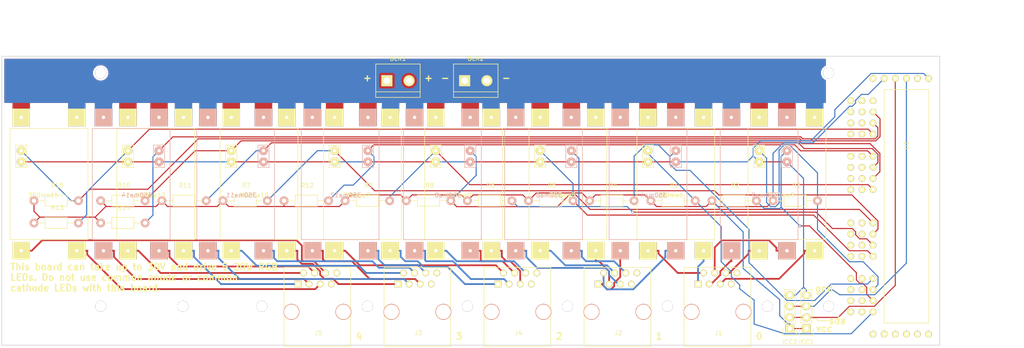
<source format=kicad_pcb>
(kicad_pcb (version 4) (host pcbnew 4.0.2-stable)

  (general
    (links 130)
    (no_connects 0)
    (area 43.612999 45.644999 258.139001 111.835001)
    (thickness 1.6)
    (drawings 22)
    (tracks 480)
    (zones 0)
    (modules 51)
    (nets 65)
  )

  (page A4)
  (layers
    (0 F.Cu signal)
    (31 B.Cu signal)
    (32 B.Adhes user)
    (33 F.Adhes user)
    (34 B.Paste user)
    (35 F.Paste user)
    (36 B.SilkS user)
    (37 F.SilkS user)
    (38 B.Mask user)
    (39 F.Mask user)
    (40 Dwgs.User user)
    (41 Cmts.User user)
    (42 Eco1.User user)
    (43 Eco2.User user)
    (44 Edge.Cuts user)
    (45 Margin user)
    (46 B.CrtYd user)
    (47 F.CrtYd user)
    (48 B.Fab user)
    (49 F.Fab user)
  )

  (setup
    (last_trace_width 0.25)
    (trace_clearance 0.2)
    (zone_clearance 1)
    (zone_45_only no)
    (trace_min 0.2)
    (segment_width 0.2)
    (edge_width 0.15)
    (via_size 0.6)
    (via_drill 0.4)
    (via_min_size 0.4)
    (via_min_drill 0.3)
    (uvia_size 0.3)
    (uvia_drill 0.1)
    (uvias_allowed no)
    (uvia_min_size 0.2)
    (uvia_min_drill 0.1)
    (pcb_text_width 0.3)
    (pcb_text_size 1.5 1.5)
    (mod_edge_width 0.15)
    (mod_text_size 1 1)
    (mod_text_width 0.15)
    (pad_size 1.524 1.524)
    (pad_drill 0.762)
    (pad_to_mask_clearance 0.2)
    (aux_axis_origin 0 0)
    (grid_origin 172.974 24.638)
    (visible_elements FFFFFF7F)
    (pcbplotparams
      (layerselection 0x00030_80000001)
      (usegerberextensions false)
      (excludeedgelayer true)
      (linewidth 0.100000)
      (plotframeref false)
      (viasonmask false)
      (mode 1)
      (useauxorigin false)
      (hpglpennumber 1)
      (hpglpenspeed 20)
      (hpglpendiameter 15)
      (hpglpenoverlay 2)
      (psnegative false)
      (psa4output false)
      (plotreference true)
      (plotvalue true)
      (plotinvisibletext false)
      (padsonsilk false)
      (subtractmaskfromsilk false)
      (outputformat 1)
      (mirror false)
      (drillshape 1)
      (scaleselection 1)
      (outputdirectory ""))
  )

  (net 0 "")
  (net 1 "Net-(350ma1-Pad3)")
  (net 2 "Net-(350ma1-Pad4)")
  (net 3 +24V)
  (net 4 GNDPWR)
  (net 5 /led0)
  (net 6 GND)
  (net 7 "Net-(350ma2-Pad3)")
  (net 8 "Net-(350ma2-Pad4)")
  (net 9 /led1)
  (net 10 "Net-(350ma3-Pad3)")
  (net 11 "Net-(350ma3-Pad4)")
  (net 12 "Net-(350ma4-Pad3)")
  (net 13 "Net-(350ma4-Pad4)")
  (net 14 /led3)
  (net 15 "Net-(350ma5-Pad3)")
  (net 16 "Net-(350ma5-Pad4)")
  (net 17 /led4)
  (net 18 "Net-(350ma6-Pad3)")
  (net 19 "Net-(350ma6-Pad4)")
  (net 20 /led5)
  (net 21 "Net-(350ma7-Pad3)")
  (net 22 "Net-(350ma7-Pad4)")
  (net 23 /led6)
  (net 24 "Net-(350ma8-Pad3)")
  (net 25 "Net-(350ma8-Pad4)")
  (net 26 /led7)
  (net 27 "Net-(350ma9-Pad3)")
  (net 28 "Net-(350ma9-Pad4)")
  (net 29 "Net-(350ma10-Pad3)")
  (net 30 "Net-(350ma10-Pad4)")
  (net 31 /led9)
  (net 32 "Net-(350ma11-Pad3)")
  (net 33 "Net-(350ma11-Pad4)")
  (net 34 /led10)
  (net 35 "Net-(350ma12-Pad3)")
  (net 36 "Net-(350ma12-Pad4)")
  (net 37 /led11)
  (net 38 "Net-(350ma13-Pad3)")
  (net 39 "Net-(350ma13-Pad4)")
  (net 40 /led12)
  (net 41 "Net-(350ma14-Pad3)")
  (net 42 "Net-(350ma14-Pad4)")
  (net 43 /led13)
  (net 44 "Net-(350ma15-Pad3)")
  (net 45 "Net-(350ma15-Pad4)")
  (net 46 /led14)
  (net 47 "Net-(J1-Pad7)")
  (net 48 "Net-(J1-Pad8)")
  (net 49 "Net-(J2-Pad7)")
  (net 50 "Net-(J2-Pad8)")
  (net 51 "Net-(J3-Pad7)")
  (net 52 "Net-(J3-Pad8)")
  (net 53 "Net-(J4-Pad7)")
  (net 54 "Net-(J4-Pad8)")
  (net 55 "Net-(J5-Pad7)")
  (net 56 "Net-(J5-Pad8)")
  (net 57 VCC)
  (net 58 "Net-(U1-Pad16)")
  (net 59 "Net-(U1-Pad17)")
  (net 60 "Net-(U1-Pad21)")
  (net 61 /led2)
  (net 62 /led8)
  (net 63 /sda)
  (net 64 /scl)

  (net_class Default "This is the default net class."
    (clearance 0.2)
    (trace_width 0.25)
    (via_dia 0.6)
    (via_drill 0.4)
    (uvia_dia 0.3)
    (uvia_drill 0.1)
    (add_net /led0)
    (add_net /led1)
    (add_net /led10)
    (add_net /led11)
    (add_net /led12)
    (add_net /led13)
    (add_net /led14)
    (add_net /led2)
    (add_net /led3)
    (add_net /led4)
    (add_net /led5)
    (add_net /led6)
    (add_net /led7)
    (add_net /led8)
    (add_net /led9)
    (add_net /scl)
    (add_net /sda)
    (add_net GND)
    (add_net "Net-(J1-Pad7)")
    (add_net "Net-(J1-Pad8)")
    (add_net "Net-(J2-Pad7)")
    (add_net "Net-(J2-Pad8)")
    (add_net "Net-(J3-Pad7)")
    (add_net "Net-(J3-Pad8)")
    (add_net "Net-(J4-Pad7)")
    (add_net "Net-(J4-Pad8)")
    (add_net "Net-(J5-Pad7)")
    (add_net "Net-(J5-Pad8)")
    (add_net "Net-(U1-Pad16)")
    (add_net "Net-(U1-Pad17)")
    (add_net "Net-(U1-Pad21)")
    (add_net VCC)
  )

  (net_class 24vpower ""
    (clearance 0.2)
    (trace_width 4)
    (via_dia 0.6)
    (via_drill 0.4)
    (uvia_dia 0.3)
    (uvia_drill 0.1)
    (add_net +24V)
    (add_net GNDPWR)
  )

  (net_class 350power ""
    (clearance 0.2)
    (trace_width 0.4)
    (via_dia 0.6)
    (via_drill 0.4)
    (uvia_dia 0.3)
    (uvia_drill 0.1)
    (add_net "Net-(350ma1-Pad3)")
    (add_net "Net-(350ma1-Pad4)")
    (add_net "Net-(350ma10-Pad3)")
    (add_net "Net-(350ma10-Pad4)")
    (add_net "Net-(350ma11-Pad3)")
    (add_net "Net-(350ma11-Pad4)")
    (add_net "Net-(350ma12-Pad3)")
    (add_net "Net-(350ma12-Pad4)")
    (add_net "Net-(350ma13-Pad3)")
    (add_net "Net-(350ma13-Pad4)")
    (add_net "Net-(350ma14-Pad3)")
    (add_net "Net-(350ma14-Pad4)")
    (add_net "Net-(350ma15-Pad3)")
    (add_net "Net-(350ma15-Pad4)")
    (add_net "Net-(350ma2-Pad3)")
    (add_net "Net-(350ma2-Pad4)")
    (add_net "Net-(350ma3-Pad3)")
    (add_net "Net-(350ma3-Pad4)")
    (add_net "Net-(350ma4-Pad3)")
    (add_net "Net-(350ma4-Pad4)")
    (add_net "Net-(350ma5-Pad3)")
    (add_net "Net-(350ma5-Pad4)")
    (add_net "Net-(350ma6-Pad3)")
    (add_net "Net-(350ma6-Pad4)")
    (add_net "Net-(350ma7-Pad3)")
    (add_net "Net-(350ma7-Pad4)")
    (add_net "Net-(350ma8-Pad3)")
    (add_net "Net-(350ma8-Pad4)")
    (add_net "Net-(350ma9-Pad3)")
    (add_net "Net-(350ma9-Pad4)")
  )

  (module Mounting_Holes:MountingHole_2-5mm (layer F.Cu) (tedit 578D37A7) (tstamp 578D376E)
    (at 66.294 49.53)
    (descr "Mounting hole, Befestigungsbohrung, 2,5mm, No Annular, Kein Restring,")
    (tags "Mounting hole, Befestigungsbohrung, 2,5mm, No Annular, Kein Restring,")
    (fp_text reference REF11 (at 0 -3.50012) (layer F.SilkS) hide
      (effects (font (size 1 1) (thickness 0.15)))
    )
    (fp_text value MountingHole_2-5mm (at 0.09906 3.59918) (layer F.Fab)
      (effects (font (size 1 1) (thickness 0.15)))
    )
    (fp_circle (center 0 0) (end 2.5 0) (layer Cmts.User) (width 0.381))
    (pad 1 thru_hole circle (at 0 0) (size 2.5 2.5) (drill 2.5) (layers))
  )

  (module Mounting_Holes:MountingHole_2-5mm (layer F.Cu) (tedit 5789FF66) (tstamp 5793A7BA)
    (at 232.664 102.87)
    (descr "Mounting hole, Befestigungsbohrung, 2,5mm, No Annular, Kein Restring,")
    (tags "Mounting hole, Befestigungsbohrung, 2,5mm, No Annular, Kein Restring,")
    (fp_text reference REF10 (at 0 -3.50012) (layer F.SilkS) hide
      (effects (font (size 1 1) (thickness 0.15)))
    )
    (fp_text value MountingHole_2-5mm (at 0.09906 3.59918) (layer F.Fab)
      (effects (font (size 1 1) (thickness 0.15)))
    )
    (fp_circle (center 0 0) (end 2.5 0) (layer Cmts.User) (width 0.381))
    (pad 1 thru_hole circle (at 0 0) (size 2.5 2.5) (drill 2.5) (layers))
  )

  (module Mounting_Holes:MountingHole_2-5mm (layer F.Cu) (tedit 5789FF69) (tstamp 5793A7B5)
    (at 218.694 102.87)
    (descr "Mounting hole, Befestigungsbohrung, 2,5mm, No Annular, Kein Restring,")
    (tags "Mounting hole, Befestigungsbohrung, 2,5mm, No Annular, Kein Restring,")
    (fp_text reference REF9 (at 0 -3.50012) (layer F.SilkS) hide
      (effects (font (size 1 1) (thickness 0.15)))
    )
    (fp_text value MountingHole_2-5mm (at 0.09906 3.59918) (layer F.Fab)
      (effects (font (size 1 1) (thickness 0.15)))
    )
    (fp_circle (center 0 0) (end 2.5 0) (layer Cmts.User) (width 0.381))
    (pad 1 thru_hole circle (at 0 0) (size 2.5 2.5) (drill 2.5) (layers))
  )

  (module Mounting_Holes:MountingHole_2-5mm (layer F.Cu) (tedit 5789FF73) (tstamp 5793A7B0)
    (at 195.834 102.87)
    (descr "Mounting hole, Befestigungsbohrung, 2,5mm, No Annular, Kein Restring,")
    (tags "Mounting hole, Befestigungsbohrung, 2,5mm, No Annular, Kein Restring,")
    (fp_text reference REF8 (at 0 -3.50012) (layer F.SilkS) hide
      (effects (font (size 1 1) (thickness 0.15)))
    )
    (fp_text value MountingHole_2-5mm (at 0.09906 3.59918) (layer F.Fab)
      (effects (font (size 1 1) (thickness 0.15)))
    )
    (fp_circle (center 0 0) (end 2.5 0) (layer Cmts.User) (width 0.381))
    (pad 1 thru_hole circle (at 0 0) (size 2.5 2.5) (drill 2.5) (layers))
  )

  (module Mounting_Holes:MountingHole_2-5mm (layer F.Cu) (tedit 5789FF7B) (tstamp 5793A7AB)
    (at 172.974 102.87)
    (descr "Mounting hole, Befestigungsbohrung, 2,5mm, No Annular, Kein Restring,")
    (tags "Mounting hole, Befestigungsbohrung, 2,5mm, No Annular, Kein Restring,")
    (fp_text reference REF7 (at 0 -3.50012) (layer F.SilkS) hide
      (effects (font (size 1 1) (thickness 0.15)))
    )
    (fp_text value MountingHole_2-5mm (at 0.09906 3.59918) (layer F.Fab)
      (effects (font (size 1 1) (thickness 0.15)))
    )
    (fp_circle (center 0 0) (end 2.5 0) (layer Cmts.User) (width 0.381))
    (pad 1 thru_hole circle (at 0 0) (size 2.5 2.5) (drill 2.5) (layers))
  )

  (module Mounting_Holes:MountingHole_2-5mm (layer F.Cu) (tedit 5789FF7F) (tstamp 5793A7A6)
    (at 150.114 102.87)
    (descr "Mounting hole, Befestigungsbohrung, 2,5mm, No Annular, Kein Restring,")
    (tags "Mounting hole, Befestigungsbohrung, 2,5mm, No Annular, Kein Restring,")
    (fp_text reference REF6 (at 0 -3.50012) (layer F.SilkS) hide
      (effects (font (size 1 1) (thickness 0.15)))
    )
    (fp_text value MountingHole_2-5mm (at 0.09906 3.59918) (layer F.Fab)
      (effects (font (size 1 1) (thickness 0.15)))
    )
    (fp_circle (center 0 0) (end 2.5 0) (layer Cmts.User) (width 0.381))
    (pad 1 thru_hole circle (at 0 0) (size 2.5 2.5) (drill 2.5) (layers))
  )

  (module Mounting_Holes:MountingHole_2-5mm (layer F.Cu) (tedit 578D37B0) (tstamp 5788E07E)
    (at 232.664 49.53)
    (descr "Mounting hole, Befestigungsbohrung, 2,5mm, No Annular, Kein Restring,")
    (tags "Mounting hole, Befestigungsbohrung, 2,5mm, No Annular, Kein Restring,")
    (fp_text reference REF3 (at 0 -3.50012) (layer F.SilkS) hide
      (effects (font (size 1 1) (thickness 0.15)))
    )
    (fp_text value MountingHole_2-5mm (at 0.09906 3.59918) (layer F.Fab)
      (effects (font (size 1 1) (thickness 0.15)))
    )
    (fp_circle (center 0 0) (end 2.5 0) (layer Cmts.User) (width 0.381))
    (pad 1 thru_hole circle (at 0 0) (size 2.5 2.5) (drill 2.5) (layers))
  )

  (module Mounting_Holes:MountingHole_2-5mm (layer F.Cu) (tedit 5789FFB4) (tstamp 5788E078)
    (at 66.294 102.87)
    (descr "Mounting hole, Befestigungsbohrung, 2,5mm, No Annular, Kein Restring,")
    (tags "Mounting hole, Befestigungsbohrung, 2,5mm, No Annular, Kein Restring,")
    (fp_text reference REF2 (at 0 -3.50012) (layer F.SilkS) hide
      (effects (font (size 1 1) (thickness 0.15)))
    )
    (fp_text value MountingHole_2-5mm (at 0.09906 3.59918) (layer F.Fab)
      (effects (font (size 1 1) (thickness 0.15)))
    )
    (fp_circle (center 0 0) (end 2.5 0) (layer Cmts.User) (width 0.381))
    (pad 1 thru_hole circle (at 0 0) (size 2.5 2.5) (drill 2.5) (layers))
  )

  (module Mounting_Holes:MountingHole_2-5mm (layer F.Cu) (tedit 5789FFB9) (tstamp 578C0441)
    (at 85.09 102.87)
    (descr "Mounting hole, Befestigungsbohrung, 2,5mm, No Annular, Kein Restring,")
    (tags "Mounting hole, Befestigungsbohrung, 2,5mm, No Annular, Kein Restring,")
    (fp_text reference REF1 (at 0 -3.50012) (layer F.SilkS) hide
      (effects (font (size 1 1) (thickness 0.15)))
    )
    (fp_text value MountingHole_2-5mm (at 0.09906 3.59918) (layer F.Fab)
      (effects (font (size 1 1) (thickness 0.15)))
    )
    (fp_circle (center 0 0) (end 2.5 0) (layer Cmts.User) (width 0.381))
    (pad 1 thru_hole circle (at 0 0) (size 2.5 2.5) (drill 2.5) (layers))
  )

  (module Resistors_ThroughHole:Resistor_Horizontal_RM10mm (layer F.Cu) (tedit 56648415) (tstamp 57880755)
    (at 192.024 78.74)
    (descr "Resistor, Axial,  RM 10mm, 1/3W")
    (tags "Resistor Axial RM 10mm 1/3W")
    (path /57881EAA)
    (fp_text reference R1 (at 5.32892 -3.50012) (layer F.SilkS)
      (effects (font (size 1 1) (thickness 0.15)))
    )
    (fp_text value 10k (at 5.08 3.81) (layer F.Fab)
      (effects (font (size 1 1) (thickness 0.15)))
    )
    (fp_line (start -1.25 -1.5) (end 11.4 -1.5) (layer F.CrtYd) (width 0.05))
    (fp_line (start -1.25 1.5) (end -1.25 -1.5) (layer F.CrtYd) (width 0.05))
    (fp_line (start 11.4 -1.5) (end 11.4 1.5) (layer F.CrtYd) (width 0.05))
    (fp_line (start -1.25 1.5) (end 11.4 1.5) (layer F.CrtYd) (width 0.05))
    (fp_line (start 2.54 -1.27) (end 7.62 -1.27) (layer F.SilkS) (width 0.15))
    (fp_line (start 7.62 -1.27) (end 7.62 1.27) (layer F.SilkS) (width 0.15))
    (fp_line (start 7.62 1.27) (end 2.54 1.27) (layer F.SilkS) (width 0.15))
    (fp_line (start 2.54 1.27) (end 2.54 -1.27) (layer F.SilkS) (width 0.15))
    (fp_line (start 2.54 0) (end 1.27 0) (layer F.SilkS) (width 0.15))
    (fp_line (start 7.62 0) (end 8.89 0) (layer F.SilkS) (width 0.15))
    (pad 1 thru_hole circle (at 0 0) (size 1.99898 1.99898) (drill 1.00076) (layers *.Cu *.SilkS *.Mask)
      (net 57 VCC))
    (pad 2 thru_hole circle (at 10.16 0) (size 1.99898 1.99898) (drill 1.00076) (layers *.Cu *.SilkS *.Mask)
      (net 5 /led0))
    (model Resistors_ThroughHole.3dshapes/Resistor_Horizontal_RM10mm.wrl
      (at (xyz 0 0 0))
      (scale (xyz 0.4 0.4 0.4))
      (rotate (xyz 0 0 0))
    )
  )

  (module Resistors_ThroughHole:Resistor_Horizontal_RM10mm (layer F.Cu) (tedit 56648415) (tstamp 5788075B)
    (at 205.994 78.74)
    (descr "Resistor, Axial,  RM 10mm, 1/3W")
    (tags "Resistor Axial RM 10mm 1/3W")
    (path /57881E5D)
    (fp_text reference R2 (at 5.32892 -3.50012) (layer F.SilkS)
      (effects (font (size 1 1) (thickness 0.15)))
    )
    (fp_text value 10k (at 5.08 3.81) (layer F.Fab)
      (effects (font (size 1 1) (thickness 0.15)))
    )
    (fp_line (start -1.25 -1.5) (end 11.4 -1.5) (layer F.CrtYd) (width 0.05))
    (fp_line (start -1.25 1.5) (end -1.25 -1.5) (layer F.CrtYd) (width 0.05))
    (fp_line (start 11.4 -1.5) (end 11.4 1.5) (layer F.CrtYd) (width 0.05))
    (fp_line (start -1.25 1.5) (end 11.4 1.5) (layer F.CrtYd) (width 0.05))
    (fp_line (start 2.54 -1.27) (end 7.62 -1.27) (layer F.SilkS) (width 0.15))
    (fp_line (start 7.62 -1.27) (end 7.62 1.27) (layer F.SilkS) (width 0.15))
    (fp_line (start 7.62 1.27) (end 2.54 1.27) (layer F.SilkS) (width 0.15))
    (fp_line (start 2.54 1.27) (end 2.54 -1.27) (layer F.SilkS) (width 0.15))
    (fp_line (start 2.54 0) (end 1.27 0) (layer F.SilkS) (width 0.15))
    (fp_line (start 7.62 0) (end 8.89 0) (layer F.SilkS) (width 0.15))
    (pad 1 thru_hole circle (at 0 0) (size 1.99898 1.99898) (drill 1.00076) (layers *.Cu *.SilkS *.Mask)
      (net 57 VCC))
    (pad 2 thru_hole circle (at 10.16 0) (size 1.99898 1.99898) (drill 1.00076) (layers *.Cu *.SilkS *.Mask)
      (net 9 /led1))
    (model Resistors_ThroughHole.3dshapes/Resistor_Horizontal_RM10mm.wrl
      (at (xyz 0 0 0))
      (scale (xyz 0.4 0.4 0.4))
      (rotate (xyz 0 0 0))
    )
  )

  (module Resistors_ThroughHole:Resistor_Horizontal_RM10mm (layer F.Cu) (tedit 56648415) (tstamp 57880761)
    (at 219.964 78.74)
    (descr "Resistor, Axial,  RM 10mm, 1/3W")
    (tags "Resistor Axial RM 10mm 1/3W")
    (path /57880DA5)
    (fp_text reference R3 (at 5.32892 -3.50012) (layer F.SilkS)
      (effects (font (size 1 1) (thickness 0.15)))
    )
    (fp_text value 10k (at 5.08 3.81) (layer F.Fab)
      (effects (font (size 1 1) (thickness 0.15)))
    )
    (fp_line (start -1.25 -1.5) (end 11.4 -1.5) (layer F.CrtYd) (width 0.05))
    (fp_line (start -1.25 1.5) (end -1.25 -1.5) (layer F.CrtYd) (width 0.05))
    (fp_line (start 11.4 -1.5) (end 11.4 1.5) (layer F.CrtYd) (width 0.05))
    (fp_line (start -1.25 1.5) (end 11.4 1.5) (layer F.CrtYd) (width 0.05))
    (fp_line (start 2.54 -1.27) (end 7.62 -1.27) (layer F.SilkS) (width 0.15))
    (fp_line (start 7.62 -1.27) (end 7.62 1.27) (layer F.SilkS) (width 0.15))
    (fp_line (start 7.62 1.27) (end 2.54 1.27) (layer F.SilkS) (width 0.15))
    (fp_line (start 2.54 1.27) (end 2.54 -1.27) (layer F.SilkS) (width 0.15))
    (fp_line (start 2.54 0) (end 1.27 0) (layer F.SilkS) (width 0.15))
    (fp_line (start 7.62 0) (end 8.89 0) (layer F.SilkS) (width 0.15))
    (pad 1 thru_hole circle (at 0 0) (size 1.99898 1.99898) (drill 1.00076) (layers *.Cu *.SilkS *.Mask)
      (net 57 VCC))
    (pad 2 thru_hole circle (at 10.16 0) (size 1.99898 1.99898) (drill 1.00076) (layers *.Cu *.SilkS *.Mask)
      (net 61 /led2))
    (model Resistors_ThroughHole.3dshapes/Resistor_Horizontal_RM10mm.wrl
      (at (xyz 0 0 0))
      (scale (xyz 0.4 0.4 0.4))
      (rotate (xyz 0 0 0))
    )
  )

  (module Resistors_ThroughHole:Resistor_Horizontal_RM10mm (layer F.Cu) (tedit 56648415) (tstamp 57880767)
    (at 178.054 78.74)
    (descr "Resistor, Axial,  RM 10mm, 1/3W")
    (tags "Resistor Axial RM 10mm 1/3W")
    (path /5788201B)
    (fp_text reference R4 (at 5.32892 -3.50012) (layer F.SilkS)
      (effects (font (size 1 1) (thickness 0.15)))
    )
    (fp_text value 10k (at 5.08 3.81) (layer F.Fab)
      (effects (font (size 1 1) (thickness 0.15)))
    )
    (fp_line (start -1.25 -1.5) (end 11.4 -1.5) (layer F.CrtYd) (width 0.05))
    (fp_line (start -1.25 1.5) (end -1.25 -1.5) (layer F.CrtYd) (width 0.05))
    (fp_line (start 11.4 -1.5) (end 11.4 1.5) (layer F.CrtYd) (width 0.05))
    (fp_line (start -1.25 1.5) (end 11.4 1.5) (layer F.CrtYd) (width 0.05))
    (fp_line (start 2.54 -1.27) (end 7.62 -1.27) (layer F.SilkS) (width 0.15))
    (fp_line (start 7.62 -1.27) (end 7.62 1.27) (layer F.SilkS) (width 0.15))
    (fp_line (start 7.62 1.27) (end 2.54 1.27) (layer F.SilkS) (width 0.15))
    (fp_line (start 2.54 1.27) (end 2.54 -1.27) (layer F.SilkS) (width 0.15))
    (fp_line (start 2.54 0) (end 1.27 0) (layer F.SilkS) (width 0.15))
    (fp_line (start 7.62 0) (end 8.89 0) (layer F.SilkS) (width 0.15))
    (pad 1 thru_hole circle (at 0 0) (size 1.99898 1.99898) (drill 1.00076) (layers *.Cu *.SilkS *.Mask)
      (net 57 VCC))
    (pad 2 thru_hole circle (at 10.16 0) (size 1.99898 1.99898) (drill 1.00076) (layers *.Cu *.SilkS *.Mask)
      (net 14 /led3))
    (model Resistors_ThroughHole.3dshapes/Resistor_Horizontal_RM10mm.wrl
      (at (xyz 0 0 0))
      (scale (xyz 0.4 0.4 0.4))
      (rotate (xyz 0 0 0))
    )
  )

  (module Resistors_ThroughHole:Resistor_Horizontal_RM10mm (layer F.Cu) (tedit 56648415) (tstamp 5788076D)
    (at 164.084 78.74)
    (descr "Resistor, Axial,  RM 10mm, 1/3W")
    (tags "Resistor Axial RM 10mm 1/3W")
    (path /57882014)
    (fp_text reference R5 (at 5.32892 -3.50012) (layer F.SilkS)
      (effects (font (size 1 1) (thickness 0.15)))
    )
    (fp_text value 10k (at 5.08 3.81) (layer F.Fab)
      (effects (font (size 1 1) (thickness 0.15)))
    )
    (fp_line (start -1.25 -1.5) (end 11.4 -1.5) (layer F.CrtYd) (width 0.05))
    (fp_line (start -1.25 1.5) (end -1.25 -1.5) (layer F.CrtYd) (width 0.05))
    (fp_line (start 11.4 -1.5) (end 11.4 1.5) (layer F.CrtYd) (width 0.05))
    (fp_line (start -1.25 1.5) (end 11.4 1.5) (layer F.CrtYd) (width 0.05))
    (fp_line (start 2.54 -1.27) (end 7.62 -1.27) (layer F.SilkS) (width 0.15))
    (fp_line (start 7.62 -1.27) (end 7.62 1.27) (layer F.SilkS) (width 0.15))
    (fp_line (start 7.62 1.27) (end 2.54 1.27) (layer F.SilkS) (width 0.15))
    (fp_line (start 2.54 1.27) (end 2.54 -1.27) (layer F.SilkS) (width 0.15))
    (fp_line (start 2.54 0) (end 1.27 0) (layer F.SilkS) (width 0.15))
    (fp_line (start 7.62 0) (end 8.89 0) (layer F.SilkS) (width 0.15))
    (pad 1 thru_hole circle (at 0 0) (size 1.99898 1.99898) (drill 1.00076) (layers *.Cu *.SilkS *.Mask)
      (net 57 VCC))
    (pad 2 thru_hole circle (at 10.16 0) (size 1.99898 1.99898) (drill 1.00076) (layers *.Cu *.SilkS *.Mask)
      (net 17 /led4))
    (model Resistors_ThroughHole.3dshapes/Resistor_Horizontal_RM10mm.wrl
      (at (xyz 0 0 0))
      (scale (xyz 0.4 0.4 0.4))
      (rotate (xyz 0 0 0))
    )
  )

  (module Resistors_ThroughHole:Resistor_Horizontal_RM10mm (layer F.Cu) (tedit 56648415) (tstamp 57880773)
    (at 150.114 78.74)
    (descr "Resistor, Axial,  RM 10mm, 1/3W")
    (tags "Resistor Axial RM 10mm 1/3W")
    (path /5788200D)
    (fp_text reference R6 (at 5.32892 -3.50012) (layer F.SilkS)
      (effects (font (size 1 1) (thickness 0.15)))
    )
    (fp_text value 10k (at 5.08 3.81) (layer F.Fab)
      (effects (font (size 1 1) (thickness 0.15)))
    )
    (fp_line (start -1.25 -1.5) (end 11.4 -1.5) (layer F.CrtYd) (width 0.05))
    (fp_line (start -1.25 1.5) (end -1.25 -1.5) (layer F.CrtYd) (width 0.05))
    (fp_line (start 11.4 -1.5) (end 11.4 1.5) (layer F.CrtYd) (width 0.05))
    (fp_line (start -1.25 1.5) (end 11.4 1.5) (layer F.CrtYd) (width 0.05))
    (fp_line (start 2.54 -1.27) (end 7.62 -1.27) (layer F.SilkS) (width 0.15))
    (fp_line (start 7.62 -1.27) (end 7.62 1.27) (layer F.SilkS) (width 0.15))
    (fp_line (start 7.62 1.27) (end 2.54 1.27) (layer F.SilkS) (width 0.15))
    (fp_line (start 2.54 1.27) (end 2.54 -1.27) (layer F.SilkS) (width 0.15))
    (fp_line (start 2.54 0) (end 1.27 0) (layer F.SilkS) (width 0.15))
    (fp_line (start 7.62 0) (end 8.89 0) (layer F.SilkS) (width 0.15))
    (pad 1 thru_hole circle (at 0 0) (size 1.99898 1.99898) (drill 1.00076) (layers *.Cu *.SilkS *.Mask)
      (net 57 VCC))
    (pad 2 thru_hole circle (at 10.16 0) (size 1.99898 1.99898) (drill 1.00076) (layers *.Cu *.SilkS *.Mask)
      (net 20 /led5))
    (model Resistors_ThroughHole.3dshapes/Resistor_Horizontal_RM10mm.wrl
      (at (xyz 0 0 0))
      (scale (xyz 0.4 0.4 0.4))
      (rotate (xyz 0 0 0))
    )
  )

  (module Resistors_ThroughHole:Resistor_Horizontal_RM10mm (layer F.Cu) (tedit 56648415) (tstamp 57880779)
    (at 94.234 78.74)
    (descr "Resistor, Axial,  RM 10mm, 1/3W")
    (tags "Resistor Axial RM 10mm 1/3W")
    (path /57882385)
    (fp_text reference R7 (at 5.32892 -3.50012) (layer F.SilkS)
      (effects (font (size 1 1) (thickness 0.15)))
    )
    (fp_text value 10k (at 5.08 3.81) (layer F.Fab)
      (effects (font (size 1 1) (thickness 0.15)))
    )
    (fp_line (start -1.25 -1.5) (end 11.4 -1.5) (layer F.CrtYd) (width 0.05))
    (fp_line (start -1.25 1.5) (end -1.25 -1.5) (layer F.CrtYd) (width 0.05))
    (fp_line (start 11.4 -1.5) (end 11.4 1.5) (layer F.CrtYd) (width 0.05))
    (fp_line (start -1.25 1.5) (end 11.4 1.5) (layer F.CrtYd) (width 0.05))
    (fp_line (start 2.54 -1.27) (end 7.62 -1.27) (layer F.SilkS) (width 0.15))
    (fp_line (start 7.62 -1.27) (end 7.62 1.27) (layer F.SilkS) (width 0.15))
    (fp_line (start 7.62 1.27) (end 2.54 1.27) (layer F.SilkS) (width 0.15))
    (fp_line (start 2.54 1.27) (end 2.54 -1.27) (layer F.SilkS) (width 0.15))
    (fp_line (start 2.54 0) (end 1.27 0) (layer F.SilkS) (width 0.15))
    (fp_line (start 7.62 0) (end 8.89 0) (layer F.SilkS) (width 0.15))
    (pad 1 thru_hole circle (at 0 0) (size 1.99898 1.99898) (drill 1.00076) (layers *.Cu *.SilkS *.Mask)
      (net 57 VCC))
    (pad 2 thru_hole circle (at 10.16 0) (size 1.99898 1.99898) (drill 1.00076) (layers *.Cu *.SilkS *.Mask)
      (net 23 /led6))
    (model Resistors_ThroughHole.3dshapes/Resistor_Horizontal_RM10mm.wrl
      (at (xyz 0 0 0))
      (scale (xyz 0.4 0.4 0.4))
      (rotate (xyz 0 0 0))
    )
  )

  (module Resistors_ThroughHole:Resistor_Horizontal_RM10mm (layer F.Cu) (tedit 56648415) (tstamp 5788077F)
    (at 136.144 78.74)
    (descr "Resistor, Axial,  RM 10mm, 1/3W")
    (tags "Resistor Axial RM 10mm 1/3W")
    (path /5788237E)
    (fp_text reference R8 (at 5.32892 -3.50012) (layer F.SilkS)
      (effects (font (size 1 1) (thickness 0.15)))
    )
    (fp_text value 10k (at 5.08 3.81) (layer F.Fab)
      (effects (font (size 1 1) (thickness 0.15)))
    )
    (fp_line (start -1.25 -1.5) (end 11.4 -1.5) (layer F.CrtYd) (width 0.05))
    (fp_line (start -1.25 1.5) (end -1.25 -1.5) (layer F.CrtYd) (width 0.05))
    (fp_line (start 11.4 -1.5) (end 11.4 1.5) (layer F.CrtYd) (width 0.05))
    (fp_line (start -1.25 1.5) (end 11.4 1.5) (layer F.CrtYd) (width 0.05))
    (fp_line (start 2.54 -1.27) (end 7.62 -1.27) (layer F.SilkS) (width 0.15))
    (fp_line (start 7.62 -1.27) (end 7.62 1.27) (layer F.SilkS) (width 0.15))
    (fp_line (start 7.62 1.27) (end 2.54 1.27) (layer F.SilkS) (width 0.15))
    (fp_line (start 2.54 1.27) (end 2.54 -1.27) (layer F.SilkS) (width 0.15))
    (fp_line (start 2.54 0) (end 1.27 0) (layer F.SilkS) (width 0.15))
    (fp_line (start 7.62 0) (end 8.89 0) (layer F.SilkS) (width 0.15))
    (pad 1 thru_hole circle (at 0 0) (size 1.99898 1.99898) (drill 1.00076) (layers *.Cu *.SilkS *.Mask)
      (net 57 VCC))
    (pad 2 thru_hole circle (at 10.16 0) (size 1.99898 1.99898) (drill 1.00076) (layers *.Cu *.SilkS *.Mask)
      (net 26 /led7))
    (model Resistors_ThroughHole.3dshapes/Resistor_Horizontal_RM10mm.wrl
      (at (xyz 0 0 0))
      (scale (xyz 0.4 0.4 0.4))
      (rotate (xyz 0 0 0))
    )
  )

  (module Resistors_ThroughHole:Resistor_Horizontal_RM10mm (layer F.Cu) (tedit 56648415) (tstamp 57880785)
    (at 122.174 78.74)
    (descr "Resistor, Axial,  RM 10mm, 1/3W")
    (tags "Resistor Axial RM 10mm 1/3W")
    (path /57882375)
    (fp_text reference R9 (at 5.32892 -3.50012) (layer F.SilkS)
      (effects (font (size 1 1) (thickness 0.15)))
    )
    (fp_text value 10k (at 5.08 3.81) (layer F.Fab)
      (effects (font (size 1 1) (thickness 0.15)))
    )
    (fp_line (start -1.25 -1.5) (end 11.4 -1.5) (layer F.CrtYd) (width 0.05))
    (fp_line (start -1.25 1.5) (end -1.25 -1.5) (layer F.CrtYd) (width 0.05))
    (fp_line (start 11.4 -1.5) (end 11.4 1.5) (layer F.CrtYd) (width 0.05))
    (fp_line (start -1.25 1.5) (end 11.4 1.5) (layer F.CrtYd) (width 0.05))
    (fp_line (start 2.54 -1.27) (end 7.62 -1.27) (layer F.SilkS) (width 0.15))
    (fp_line (start 7.62 -1.27) (end 7.62 1.27) (layer F.SilkS) (width 0.15))
    (fp_line (start 7.62 1.27) (end 2.54 1.27) (layer F.SilkS) (width 0.15))
    (fp_line (start 2.54 1.27) (end 2.54 -1.27) (layer F.SilkS) (width 0.15))
    (fp_line (start 2.54 0) (end 1.27 0) (layer F.SilkS) (width 0.15))
    (fp_line (start 7.62 0) (end 8.89 0) (layer F.SilkS) (width 0.15))
    (pad 1 thru_hole circle (at 0 0) (size 1.99898 1.99898) (drill 1.00076) (layers *.Cu *.SilkS *.Mask)
      (net 57 VCC))
    (pad 2 thru_hole circle (at 10.16 0) (size 1.99898 1.99898) (drill 1.00076) (layers *.Cu *.SilkS *.Mask)
      (net 62 /led8))
    (model Resistors_ThroughHole.3dshapes/Resistor_Horizontal_RM10mm.wrl
      (at (xyz 0 0 0))
      (scale (xyz 0.4 0.4 0.4))
      (rotate (xyz 0 0 0))
    )
  )

  (module Resistors_ThroughHole:Resistor_Horizontal_RM10mm (layer F.Cu) (tedit 56648415) (tstamp 5788078B)
    (at 66.294 78.74)
    (descr "Resistor, Axial,  RM 10mm, 1/3W")
    (tags "Resistor Axial RM 10mm 1/3W")
    (path /5788239A)
    (fp_text reference R10 (at 5.32892 -3.50012) (layer F.SilkS)
      (effects (font (size 1 1) (thickness 0.15)))
    )
    (fp_text value 10k (at 5.08 3.81) (layer F.Fab)
      (effects (font (size 1 1) (thickness 0.15)))
    )
    (fp_line (start -1.25 -1.5) (end 11.4 -1.5) (layer F.CrtYd) (width 0.05))
    (fp_line (start -1.25 1.5) (end -1.25 -1.5) (layer F.CrtYd) (width 0.05))
    (fp_line (start 11.4 -1.5) (end 11.4 1.5) (layer F.CrtYd) (width 0.05))
    (fp_line (start -1.25 1.5) (end 11.4 1.5) (layer F.CrtYd) (width 0.05))
    (fp_line (start 2.54 -1.27) (end 7.62 -1.27) (layer F.SilkS) (width 0.15))
    (fp_line (start 7.62 -1.27) (end 7.62 1.27) (layer F.SilkS) (width 0.15))
    (fp_line (start 7.62 1.27) (end 2.54 1.27) (layer F.SilkS) (width 0.15))
    (fp_line (start 2.54 1.27) (end 2.54 -1.27) (layer F.SilkS) (width 0.15))
    (fp_line (start 2.54 0) (end 1.27 0) (layer F.SilkS) (width 0.15))
    (fp_line (start 7.62 0) (end 8.89 0) (layer F.SilkS) (width 0.15))
    (pad 1 thru_hole circle (at 0 0) (size 1.99898 1.99898) (drill 1.00076) (layers *.Cu *.SilkS *.Mask)
      (net 57 VCC))
    (pad 2 thru_hole circle (at 10.16 0) (size 1.99898 1.99898) (drill 1.00076) (layers *.Cu *.SilkS *.Mask)
      (net 31 /led9))
    (model Resistors_ThroughHole.3dshapes/Resistor_Horizontal_RM10mm.wrl
      (at (xyz 0 0 0))
      (scale (xyz 0.4 0.4 0.4))
      (rotate (xyz 0 0 0))
    )
  )

  (module Resistors_ThroughHole:Resistor_Horizontal_RM10mm (layer F.Cu) (tedit 56648415) (tstamp 57880791)
    (at 80.264 78.74)
    (descr "Resistor, Axial,  RM 10mm, 1/3W")
    (tags "Resistor Axial RM 10mm 1/3W")
    (path /57882393)
    (fp_text reference R11 (at 5.32892 -3.50012) (layer F.SilkS)
      (effects (font (size 1 1) (thickness 0.15)))
    )
    (fp_text value 10k (at 5.08 3.81) (layer F.Fab)
      (effects (font (size 1 1) (thickness 0.15)))
    )
    (fp_line (start -1.25 -1.5) (end 11.4 -1.5) (layer F.CrtYd) (width 0.05))
    (fp_line (start -1.25 1.5) (end -1.25 -1.5) (layer F.CrtYd) (width 0.05))
    (fp_line (start 11.4 -1.5) (end 11.4 1.5) (layer F.CrtYd) (width 0.05))
    (fp_line (start -1.25 1.5) (end 11.4 1.5) (layer F.CrtYd) (width 0.05))
    (fp_line (start 2.54 -1.27) (end 7.62 -1.27) (layer F.SilkS) (width 0.15))
    (fp_line (start 7.62 -1.27) (end 7.62 1.27) (layer F.SilkS) (width 0.15))
    (fp_line (start 7.62 1.27) (end 2.54 1.27) (layer F.SilkS) (width 0.15))
    (fp_line (start 2.54 1.27) (end 2.54 -1.27) (layer F.SilkS) (width 0.15))
    (fp_line (start 2.54 0) (end 1.27 0) (layer F.SilkS) (width 0.15))
    (fp_line (start 7.62 0) (end 8.89 0) (layer F.SilkS) (width 0.15))
    (pad 1 thru_hole circle (at 0 0) (size 1.99898 1.99898) (drill 1.00076) (layers *.Cu *.SilkS *.Mask)
      (net 57 VCC))
    (pad 2 thru_hole circle (at 10.16 0) (size 1.99898 1.99898) (drill 1.00076) (layers *.Cu *.SilkS *.Mask)
      (net 34 /led10))
    (model Resistors_ThroughHole.3dshapes/Resistor_Horizontal_RM10mm.wrl
      (at (xyz 0 0 0))
      (scale (xyz 0.4 0.4 0.4))
      (rotate (xyz 0 0 0))
    )
  )

  (module Resistors_ThroughHole:Resistor_Horizontal_RM10mm (layer F.Cu) (tedit 56648415) (tstamp 57880797)
    (at 108.204 78.74)
    (descr "Resistor, Axial,  RM 10mm, 1/3W")
    (tags "Resistor Axial RM 10mm 1/3W")
    (path /5788238C)
    (fp_text reference R12 (at 5.32892 -3.50012) (layer F.SilkS)
      (effects (font (size 1 1) (thickness 0.15)))
    )
    (fp_text value 10k (at 5.08 3.81) (layer F.Fab)
      (effects (font (size 1 1) (thickness 0.15)))
    )
    (fp_line (start -1.25 -1.5) (end 11.4 -1.5) (layer F.CrtYd) (width 0.05))
    (fp_line (start -1.25 1.5) (end -1.25 -1.5) (layer F.CrtYd) (width 0.05))
    (fp_line (start 11.4 -1.5) (end 11.4 1.5) (layer F.CrtYd) (width 0.05))
    (fp_line (start -1.25 1.5) (end 11.4 1.5) (layer F.CrtYd) (width 0.05))
    (fp_line (start 2.54 -1.27) (end 7.62 -1.27) (layer F.SilkS) (width 0.15))
    (fp_line (start 7.62 -1.27) (end 7.62 1.27) (layer F.SilkS) (width 0.15))
    (fp_line (start 7.62 1.27) (end 2.54 1.27) (layer F.SilkS) (width 0.15))
    (fp_line (start 2.54 1.27) (end 2.54 -1.27) (layer F.SilkS) (width 0.15))
    (fp_line (start 2.54 0) (end 1.27 0) (layer F.SilkS) (width 0.15))
    (fp_line (start 7.62 0) (end 8.89 0) (layer F.SilkS) (width 0.15))
    (pad 1 thru_hole circle (at 0 0) (size 1.99898 1.99898) (drill 1.00076) (layers *.Cu *.SilkS *.Mask)
      (net 57 VCC))
    (pad 2 thru_hole circle (at 10.16 0) (size 1.99898 1.99898) (drill 1.00076) (layers *.Cu *.SilkS *.Mask)
      (net 37 /led11))
    (model Resistors_ThroughHole.3dshapes/Resistor_Horizontal_RM10mm.wrl
      (at (xyz 0 0 0))
      (scale (xyz 0.4 0.4 0.4))
      (rotate (xyz 0 0 0))
    )
  )

  (module Resistors_ThroughHole:Resistor_Horizontal_RM10mm (layer F.Cu) (tedit 56648415) (tstamp 5788079D)
    (at 51.054 83.82)
    (descr "Resistor, Axial,  RM 10mm, 1/3W")
    (tags "Resistor Axial RM 10mm 1/3W")
    (path /57882504)
    (fp_text reference R13 (at 5.32892 -3.50012) (layer F.SilkS)
      (effects (font (size 1 1) (thickness 0.15)))
    )
    (fp_text value 10k (at 5.08 3.81) (layer F.Fab)
      (effects (font (size 1 1) (thickness 0.15)))
    )
    (fp_line (start -1.25 -1.5) (end 11.4 -1.5) (layer F.CrtYd) (width 0.05))
    (fp_line (start -1.25 1.5) (end -1.25 -1.5) (layer F.CrtYd) (width 0.05))
    (fp_line (start 11.4 -1.5) (end 11.4 1.5) (layer F.CrtYd) (width 0.05))
    (fp_line (start -1.25 1.5) (end 11.4 1.5) (layer F.CrtYd) (width 0.05))
    (fp_line (start 2.54 -1.27) (end 7.62 -1.27) (layer F.SilkS) (width 0.15))
    (fp_line (start 7.62 -1.27) (end 7.62 1.27) (layer F.SilkS) (width 0.15))
    (fp_line (start 7.62 1.27) (end 2.54 1.27) (layer F.SilkS) (width 0.15))
    (fp_line (start 2.54 1.27) (end 2.54 -1.27) (layer F.SilkS) (width 0.15))
    (fp_line (start 2.54 0) (end 1.27 0) (layer F.SilkS) (width 0.15))
    (fp_line (start 7.62 0) (end 8.89 0) (layer F.SilkS) (width 0.15))
    (pad 1 thru_hole circle (at 0 0) (size 1.99898 1.99898) (drill 1.00076) (layers *.Cu *.SilkS *.Mask)
      (net 57 VCC))
    (pad 2 thru_hole circle (at 10.16 0) (size 1.99898 1.99898) (drill 1.00076) (layers *.Cu *.SilkS *.Mask)
      (net 40 /led12))
    (model Resistors_ThroughHole.3dshapes/Resistor_Horizontal_RM10mm.wrl
      (at (xyz 0 0 0))
      (scale (xyz 0.4 0.4 0.4))
      (rotate (xyz 0 0 0))
    )
  )

  (module Resistors_ThroughHole:Resistor_Horizontal_RM10mm (layer F.Cu) (tedit 56648415) (tstamp 578807A3)
    (at 66.294 83.82)
    (descr "Resistor, Axial,  RM 10mm, 1/3W")
    (tags "Resistor Axial RM 10mm 1/3W")
    (path /578824FD)
    (fp_text reference R14 (at 5.32892 -3.50012) (layer F.SilkS)
      (effects (font (size 1 1) (thickness 0.15)))
    )
    (fp_text value 10k (at 5.08 3.81) (layer F.Fab)
      (effects (font (size 1 1) (thickness 0.15)))
    )
    (fp_line (start -1.25 -1.5) (end 11.4 -1.5) (layer F.CrtYd) (width 0.05))
    (fp_line (start -1.25 1.5) (end -1.25 -1.5) (layer F.CrtYd) (width 0.05))
    (fp_line (start 11.4 -1.5) (end 11.4 1.5) (layer F.CrtYd) (width 0.05))
    (fp_line (start -1.25 1.5) (end 11.4 1.5) (layer F.CrtYd) (width 0.05))
    (fp_line (start 2.54 -1.27) (end 7.62 -1.27) (layer F.SilkS) (width 0.15))
    (fp_line (start 7.62 -1.27) (end 7.62 1.27) (layer F.SilkS) (width 0.15))
    (fp_line (start 7.62 1.27) (end 2.54 1.27) (layer F.SilkS) (width 0.15))
    (fp_line (start 2.54 1.27) (end 2.54 -1.27) (layer F.SilkS) (width 0.15))
    (fp_line (start 2.54 0) (end 1.27 0) (layer F.SilkS) (width 0.15))
    (fp_line (start 7.62 0) (end 8.89 0) (layer F.SilkS) (width 0.15))
    (pad 1 thru_hole circle (at 0 0) (size 1.99898 1.99898) (drill 1.00076) (layers *.Cu *.SilkS *.Mask)
      (net 57 VCC))
    (pad 2 thru_hole circle (at 10.16 0) (size 1.99898 1.99898) (drill 1.00076) (layers *.Cu *.SilkS *.Mask)
      (net 43 /led13))
    (model Resistors_ThroughHole.3dshapes/Resistor_Horizontal_RM10mm.wrl
      (at (xyz 0 0 0))
      (scale (xyz 0.4 0.4 0.4))
      (rotate (xyz 0 0 0))
    )
  )

  (module Resistors_ThroughHole:Resistor_Horizontal_RM10mm (layer F.Cu) (tedit 56648415) (tstamp 578807A9)
    (at 51.054 78.74)
    (descr "Resistor, Axial,  RM 10mm, 1/3W")
    (tags "Resistor Axial RM 10mm 1/3W")
    (path /578824F6)
    (fp_text reference R15 (at 5.32892 -3.50012) (layer F.SilkS)
      (effects (font (size 1 1) (thickness 0.15)))
    )
    (fp_text value 10k (at 5.08 3.81) (layer F.Fab)
      (effects (font (size 1 1) (thickness 0.15)))
    )
    (fp_line (start -1.25 -1.5) (end 11.4 -1.5) (layer F.CrtYd) (width 0.05))
    (fp_line (start -1.25 1.5) (end -1.25 -1.5) (layer F.CrtYd) (width 0.05))
    (fp_line (start 11.4 -1.5) (end 11.4 1.5) (layer F.CrtYd) (width 0.05))
    (fp_line (start -1.25 1.5) (end 11.4 1.5) (layer F.CrtYd) (width 0.05))
    (fp_line (start 2.54 -1.27) (end 7.62 -1.27) (layer F.SilkS) (width 0.15))
    (fp_line (start 7.62 -1.27) (end 7.62 1.27) (layer F.SilkS) (width 0.15))
    (fp_line (start 7.62 1.27) (end 2.54 1.27) (layer F.SilkS) (width 0.15))
    (fp_line (start 2.54 1.27) (end 2.54 -1.27) (layer F.SilkS) (width 0.15))
    (fp_line (start 2.54 0) (end 1.27 0) (layer F.SilkS) (width 0.15))
    (fp_line (start 7.62 0) (end 8.89 0) (layer F.SilkS) (width 0.15))
    (pad 1 thru_hole circle (at 0 0) (size 1.99898 1.99898) (drill 1.00076) (layers *.Cu *.SilkS *.Mask)
      (net 57 VCC))
    (pad 2 thru_hole circle (at 10.16 0) (size 1.99898 1.99898) (drill 1.00076) (layers *.Cu *.SilkS *.Mask)
      (net 46 /led14))
    (model Resistors_ThroughHole.3dshapes/Resistor_Horizontal_RM10mm.wrl
      (at (xyz 0 0 0))
      (scale (xyz 0.4 0.4 0.4))
      (rotate (xyz 0 0 0))
    )
  )

  (module Connect:RJ45_8 (layer F.Cu) (tedit 0) (tstamp 57894303)
    (at 207.264 104.14)
    (tags RJ45)
    (path /5787EC36)
    (fp_text reference J1 (at 0.254 4.826) (layer F.SilkS)
      (effects (font (size 1 1) (thickness 0.15)))
    )
    (fp_text value RJ45 (at 0.14224 -0.1016) (layer F.Fab)
      (effects (font (size 1 1) (thickness 0.15)))
    )
    (fp_line (start -7.62 7.874) (end 7.62 7.874) (layer F.SilkS) (width 0.15))
    (fp_line (start 7.62 7.874) (end 7.62 -10.16) (layer F.SilkS) (width 0.15))
    (fp_line (start 7.62 -10.16) (end -7.62 -10.16) (layer F.SilkS) (width 0.15))
    (fp_line (start -7.62 -10.16) (end -7.62 7.874) (layer F.SilkS) (width 0.15))
    (pad Hole np_thru_hole circle (at 5.93852 0) (size 3.64998 3.64998) (drill 3.2512) (layers *.Cu *.SilkS *.Mask))
    (pad Hole np_thru_hole circle (at -5.9309 0) (size 3.64998 3.64998) (drill 3.2512) (layers *.Cu *.SilkS *.Mask))
    (pad 1 thru_hole rect (at -4.445 -6.35) (size 1.50114 1.50114) (drill 0.89916) (layers *.Cu *.Mask F.SilkS)
      (net 2 "Net-(350ma1-Pad4)"))
    (pad 2 thru_hole circle (at -3.175 -8.89) (size 1.50114 1.50114) (drill 0.89916) (layers *.Cu *.Mask F.SilkS)
      (net 1 "Net-(350ma1-Pad3)"))
    (pad 3 thru_hole circle (at -1.905 -6.35) (size 1.50114 1.50114) (drill 0.89916) (layers *.Cu *.Mask F.SilkS)
      (net 8 "Net-(350ma2-Pad4)"))
    (pad 4 thru_hole circle (at -0.635 -8.89) (size 1.50114 1.50114) (drill 0.89916) (layers *.Cu *.Mask F.SilkS)
      (net 7 "Net-(350ma2-Pad3)"))
    (pad 5 thru_hole circle (at 0.635 -6.35) (size 1.50114 1.50114) (drill 0.89916) (layers *.Cu *.Mask F.SilkS)
      (net 11 "Net-(350ma3-Pad4)"))
    (pad 6 thru_hole circle (at 1.905 -8.89) (size 1.50114 1.50114) (drill 0.89916) (layers *.Cu *.Mask F.SilkS)
      (net 10 "Net-(350ma3-Pad3)"))
    (pad 7 thru_hole circle (at 3.175 -6.35) (size 1.50114 1.50114) (drill 0.89916) (layers *.Cu *.Mask F.SilkS)
      (net 47 "Net-(J1-Pad7)"))
    (pad 8 thru_hole circle (at 4.445 -8.89) (size 1.50114 1.50114) (drill 0.89916) (layers *.Cu *.Mask F.SilkS)
      (net 48 "Net-(J1-Pad8)"))
    (model Connect.3dshapes/RJ45_8.wrl
      (at (xyz 0 0 0))
      (scale (xyz 0.4 0.4 0.4))
      (rotate (xyz 0 0 0))
    )
  )

  (module Connect:RJ45_8 (layer F.Cu) (tedit 0) (tstamp 57894310)
    (at 184.404 104.14)
    (tags RJ45)
    (path /5787FC18)
    (fp_text reference J2 (at 0.254 4.826) (layer F.SilkS)
      (effects (font (size 1 1) (thickness 0.15)))
    )
    (fp_text value RJ45 (at 0.14224 -0.1016) (layer F.Fab)
      (effects (font (size 1 1) (thickness 0.15)))
    )
    (fp_line (start -7.62 7.874) (end 7.62 7.874) (layer F.SilkS) (width 0.15))
    (fp_line (start 7.62 7.874) (end 7.62 -10.16) (layer F.SilkS) (width 0.15))
    (fp_line (start 7.62 -10.16) (end -7.62 -10.16) (layer F.SilkS) (width 0.15))
    (fp_line (start -7.62 -10.16) (end -7.62 7.874) (layer F.SilkS) (width 0.15))
    (pad Hole np_thru_hole circle (at 5.93852 0) (size 3.64998 3.64998) (drill 3.2512) (layers *.Cu *.SilkS *.Mask))
    (pad Hole np_thru_hole circle (at -5.9309 0) (size 3.64998 3.64998) (drill 3.2512) (layers *.Cu *.SilkS *.Mask))
    (pad 1 thru_hole rect (at -4.445 -6.35) (size 1.50114 1.50114) (drill 0.89916) (layers *.Cu *.Mask F.SilkS)
      (net 13 "Net-(350ma4-Pad4)"))
    (pad 2 thru_hole circle (at -3.175 -8.89) (size 1.50114 1.50114) (drill 0.89916) (layers *.Cu *.Mask F.SilkS)
      (net 12 "Net-(350ma4-Pad3)"))
    (pad 3 thru_hole circle (at -1.905 -6.35) (size 1.50114 1.50114) (drill 0.89916) (layers *.Cu *.Mask F.SilkS)
      (net 16 "Net-(350ma5-Pad4)"))
    (pad 4 thru_hole circle (at -0.635 -8.89) (size 1.50114 1.50114) (drill 0.89916) (layers *.Cu *.Mask F.SilkS)
      (net 15 "Net-(350ma5-Pad3)"))
    (pad 5 thru_hole circle (at 0.635 -6.35) (size 1.50114 1.50114) (drill 0.89916) (layers *.Cu *.Mask F.SilkS)
      (net 19 "Net-(350ma6-Pad4)"))
    (pad 6 thru_hole circle (at 1.905 -8.89) (size 1.50114 1.50114) (drill 0.89916) (layers *.Cu *.Mask F.SilkS)
      (net 18 "Net-(350ma6-Pad3)"))
    (pad 7 thru_hole circle (at 3.175 -6.35) (size 1.50114 1.50114) (drill 0.89916) (layers *.Cu *.Mask F.SilkS)
      (net 49 "Net-(J2-Pad7)"))
    (pad 8 thru_hole circle (at 4.445 -8.89) (size 1.50114 1.50114) (drill 0.89916) (layers *.Cu *.Mask F.SilkS)
      (net 50 "Net-(J2-Pad8)"))
    (model Connect.3dshapes/RJ45_8.wrl
      (at (xyz 0 0 0))
      (scale (xyz 0.4 0.4 0.4))
      (rotate (xyz 0 0 0))
    )
  )

  (module Connect:RJ45_8 (layer F.Cu) (tedit 0) (tstamp 5789431D)
    (at 138.684 104.14)
    (tags RJ45)
    (path /5787FC49)
    (fp_text reference J3 (at 0.254 4.826) (layer F.SilkS)
      (effects (font (size 1 1) (thickness 0.15)))
    )
    (fp_text value RJ45 (at 0.14224 -0.1016) (layer F.Fab)
      (effects (font (size 1 1) (thickness 0.15)))
    )
    (fp_line (start -7.62 7.874) (end 7.62 7.874) (layer F.SilkS) (width 0.15))
    (fp_line (start 7.62 7.874) (end 7.62 -10.16) (layer F.SilkS) (width 0.15))
    (fp_line (start 7.62 -10.16) (end -7.62 -10.16) (layer F.SilkS) (width 0.15))
    (fp_line (start -7.62 -10.16) (end -7.62 7.874) (layer F.SilkS) (width 0.15))
    (pad Hole np_thru_hole circle (at 5.93852 0) (size 3.64998 3.64998) (drill 3.2512) (layers *.Cu *.SilkS *.Mask))
    (pad Hole np_thru_hole circle (at -5.9309 0) (size 3.64998 3.64998) (drill 3.2512) (layers *.Cu *.SilkS *.Mask))
    (pad 1 thru_hole rect (at -4.445 -6.35) (size 1.50114 1.50114) (drill 0.89916) (layers *.Cu *.Mask F.SilkS)
      (net 30 "Net-(350ma10-Pad4)"))
    (pad 2 thru_hole circle (at -3.175 -8.89) (size 1.50114 1.50114) (drill 0.89916) (layers *.Cu *.Mask F.SilkS)
      (net 29 "Net-(350ma10-Pad3)"))
    (pad 3 thru_hole circle (at -1.905 -6.35) (size 1.50114 1.50114) (drill 0.89916) (layers *.Cu *.Mask F.SilkS)
      (net 33 "Net-(350ma11-Pad4)"))
    (pad 4 thru_hole circle (at -0.635 -8.89) (size 1.50114 1.50114) (drill 0.89916) (layers *.Cu *.Mask F.SilkS)
      (net 32 "Net-(350ma11-Pad3)"))
    (pad 5 thru_hole circle (at 0.635 -6.35) (size 1.50114 1.50114) (drill 0.89916) (layers *.Cu *.Mask F.SilkS)
      (net 36 "Net-(350ma12-Pad4)"))
    (pad 6 thru_hole circle (at 1.905 -8.89) (size 1.50114 1.50114) (drill 0.89916) (layers *.Cu *.Mask F.SilkS)
      (net 35 "Net-(350ma12-Pad3)"))
    (pad 7 thru_hole circle (at 3.175 -6.35) (size 1.50114 1.50114) (drill 0.89916) (layers *.Cu *.Mask F.SilkS)
      (net 51 "Net-(J3-Pad7)"))
    (pad 8 thru_hole circle (at 4.445 -8.89) (size 1.50114 1.50114) (drill 0.89916) (layers *.Cu *.Mask F.SilkS)
      (net 52 "Net-(J3-Pad8)"))
    (model Connect.3dshapes/RJ45_8.wrl
      (at (xyz 0 0 0))
      (scale (xyz 0.4 0.4 0.4))
      (rotate (xyz 0 0 0))
    )
  )

  (module Connect:RJ45_8 (layer F.Cu) (tedit 0) (tstamp 5789432A)
    (at 161.544 104.14)
    (tags RJ45)
    (path /5787FACD)
    (fp_text reference J4 (at 0.254 4.826) (layer F.SilkS)
      (effects (font (size 1 1) (thickness 0.15)))
    )
    (fp_text value RJ45 (at 0.14224 -0.1016) (layer F.Fab)
      (effects (font (size 1 1) (thickness 0.15)))
    )
    (fp_line (start -7.62 7.874) (end 7.62 7.874) (layer F.SilkS) (width 0.15))
    (fp_line (start 7.62 7.874) (end 7.62 -10.16) (layer F.SilkS) (width 0.15))
    (fp_line (start 7.62 -10.16) (end -7.62 -10.16) (layer F.SilkS) (width 0.15))
    (fp_line (start -7.62 -10.16) (end -7.62 7.874) (layer F.SilkS) (width 0.15))
    (pad Hole np_thru_hole circle (at 5.93852 0) (size 3.64998 3.64998) (drill 3.2512) (layers *.Cu *.SilkS *.Mask))
    (pad Hole np_thru_hole circle (at -5.9309 0) (size 3.64998 3.64998) (drill 3.2512) (layers *.Cu *.SilkS *.Mask))
    (pad 1 thru_hole rect (at -4.445 -6.35) (size 1.50114 1.50114) (drill 0.89916) (layers *.Cu *.Mask F.SilkS)
      (net 22 "Net-(350ma7-Pad4)"))
    (pad 2 thru_hole circle (at -3.175 -8.89) (size 1.50114 1.50114) (drill 0.89916) (layers *.Cu *.Mask F.SilkS)
      (net 21 "Net-(350ma7-Pad3)"))
    (pad 3 thru_hole circle (at -1.905 -6.35) (size 1.50114 1.50114) (drill 0.89916) (layers *.Cu *.Mask F.SilkS)
      (net 25 "Net-(350ma8-Pad4)"))
    (pad 4 thru_hole circle (at -0.635 -8.89) (size 1.50114 1.50114) (drill 0.89916) (layers *.Cu *.Mask F.SilkS)
      (net 24 "Net-(350ma8-Pad3)"))
    (pad 5 thru_hole circle (at 0.635 -6.35) (size 1.50114 1.50114) (drill 0.89916) (layers *.Cu *.Mask F.SilkS)
      (net 28 "Net-(350ma9-Pad4)"))
    (pad 6 thru_hole circle (at 1.905 -8.89) (size 1.50114 1.50114) (drill 0.89916) (layers *.Cu *.Mask F.SilkS)
      (net 27 "Net-(350ma9-Pad3)"))
    (pad 7 thru_hole circle (at 3.175 -6.35) (size 1.50114 1.50114) (drill 0.89916) (layers *.Cu *.Mask F.SilkS)
      (net 53 "Net-(J4-Pad7)"))
    (pad 8 thru_hole circle (at 4.445 -8.89) (size 1.50114 1.50114) (drill 0.89916) (layers *.Cu *.Mask F.SilkS)
      (net 54 "Net-(J4-Pad8)"))
    (model Connect.3dshapes/RJ45_8.wrl
      (at (xyz 0 0 0))
      (scale (xyz 0.4 0.4 0.4))
      (rotate (xyz 0 0 0))
    )
  )

  (module Connect:RJ45_8 (layer F.Cu) (tedit 0) (tstamp 57894337)
    (at 115.824 104.14)
    (tags RJ45)
    (path /5787FEC7)
    (fp_text reference J5 (at 0.254 4.826) (layer F.SilkS)
      (effects (font (size 1 1) (thickness 0.15)))
    )
    (fp_text value RJ45 (at 0.14224 -0.1016) (layer F.Fab)
      (effects (font (size 1 1) (thickness 0.15)))
    )
    (fp_line (start -7.62 7.874) (end 7.62 7.874) (layer F.SilkS) (width 0.15))
    (fp_line (start 7.62 7.874) (end 7.62 -10.16) (layer F.SilkS) (width 0.15))
    (fp_line (start 7.62 -10.16) (end -7.62 -10.16) (layer F.SilkS) (width 0.15))
    (fp_line (start -7.62 -10.16) (end -7.62 7.874) (layer F.SilkS) (width 0.15))
    (pad Hole np_thru_hole circle (at 5.93852 0) (size 3.64998 3.64998) (drill 3.2512) (layers *.Cu *.SilkS *.Mask))
    (pad Hole np_thru_hole circle (at -5.9309 0) (size 3.64998 3.64998) (drill 3.2512) (layers *.Cu *.SilkS *.Mask))
    (pad 1 thru_hole rect (at -4.445 -6.35) (size 1.50114 1.50114) (drill 0.89916) (layers *.Cu *.Mask F.SilkS)
      (net 39 "Net-(350ma13-Pad4)"))
    (pad 2 thru_hole circle (at -3.175 -8.89) (size 1.50114 1.50114) (drill 0.89916) (layers *.Cu *.Mask F.SilkS)
      (net 38 "Net-(350ma13-Pad3)"))
    (pad 3 thru_hole circle (at -1.905 -6.35) (size 1.50114 1.50114) (drill 0.89916) (layers *.Cu *.Mask F.SilkS)
      (net 42 "Net-(350ma14-Pad4)"))
    (pad 4 thru_hole circle (at -0.635 -8.89) (size 1.50114 1.50114) (drill 0.89916) (layers *.Cu *.Mask F.SilkS)
      (net 41 "Net-(350ma14-Pad3)"))
    (pad 5 thru_hole circle (at 0.635 -6.35) (size 1.50114 1.50114) (drill 0.89916) (layers *.Cu *.Mask F.SilkS)
      (net 45 "Net-(350ma15-Pad4)"))
    (pad 6 thru_hole circle (at 1.905 -8.89) (size 1.50114 1.50114) (drill 0.89916) (layers *.Cu *.Mask F.SilkS)
      (net 44 "Net-(350ma15-Pad3)"))
    (pad 7 thru_hole circle (at 3.175 -6.35) (size 1.50114 1.50114) (drill 0.89916) (layers *.Cu *.Mask F.SilkS)
      (net 55 "Net-(J5-Pad7)"))
    (pad 8 thru_hole circle (at 4.445 -8.89) (size 1.50114 1.50114) (drill 0.89916) (layers *.Cu *.Mask F.SilkS)
      (net 56 "Net-(J5-Pad8)"))
    (model Connect.3dshapes/RJ45_8.wrl
      (at (xyz 0 0 0))
      (scale (xyz 0.4 0.4 0.4))
      (rotate (xyz 0 0 0))
    )
  )

  (module Mounting_Holes:MountingHole_2-5mm (layer F.Cu) (tedit 5789FFAA) (tstamp 57894482)
    (at 103.124 102.87)
    (descr "Mounting hole, Befestigungsbohrung, 2,5mm, No Annular, Kein Restring,")
    (tags "Mounting hole, Befestigungsbohrung, 2,5mm, No Annular, Kein Restring,")
    (fp_text reference REF4 (at 0 -3.50012) (layer F.SilkS) hide
      (effects (font (size 1 1) (thickness 0.15)))
    )
    (fp_text value MountingHole_2-5mm (at 0.09906 3.59918) (layer F.Fab)
      (effects (font (size 1 1) (thickness 0.15)))
    )
    (fp_circle (center 0 0) (end 2.5 0) (layer Cmts.User) (width 0.381))
    (pad 1 thru_hole circle (at 0 0) (size 2.5 2.5) (drill 2.5) (layers))
  )

  (module Mounting_Holes:MountingHole_2-5mm (layer F.Cu) (tedit 5789FF9F) (tstamp 57894493)
    (at 127.254 102.87)
    (descr "Mounting hole, Befestigungsbohrung, 2,5mm, No Annular, Kein Restring,")
    (tags "Mounting hole, Befestigungsbohrung, 2,5mm, No Annular, Kein Restring,")
    (fp_text reference REF5 (at 0 -3.50012) (layer F.SilkS) hide
      (effects (font (size 1 1) (thickness 0.15)))
    )
    (fp_text value MountingHole_2-5mm (at 0.09906 3.59918) (layer F.Fab)
      (effects (font (size 1 1) (thickness 0.15)))
    )
    (fp_circle (center 0 0) (end 2.5 0) (layer Cmts.User) (width 0.381))
    (pad 1 thru_hole circle (at 0 0) (size 2.5 2.5) (drill 2.5) (layers))
  )

  (module lighting:pwm_pca9685 (layer F.Cu) (tedit 5789F769) (tstamp 578807E9)
    (at 237.744 55.88 270)
    (path /5787E341)
    (fp_text reference U1 (at 10.16 -12.7 270) (layer F.SilkS)
      (effects (font (size 1 1) (thickness 0.15)))
    )
    (fp_text value EBAYPCA9685 (at 10.16 -15.24 270) (layer F.Fab)
      (effects (font (size 1 1) (thickness 0.15)))
    )
    (fp_line (start -2.54 -17.78) (end 50.8 -17.78) (layer F.SilkS) (width 0.15))
    (fp_line (start 50.8 -17.78) (end 50.8 -7.62) (layer F.SilkS) (width 0.15))
    (fp_line (start 50.8 -7.62) (end -2.54 -7.62) (layer F.SilkS) (width 0.15))
    (fp_line (start -2.54 -7.62) (end -2.54 -17.78) (layer F.SilkS) (width 0.15))
    (pad 16 thru_hole circle (at 0 -5.08 270) (size 1.524 1.524) (drill 0.762) (layers *.Cu *.Mask F.SilkS)
      (net 58 "Net-(U1-Pad16)"))
    (pad 15 thru_hole circle (at 2.54 -5.08 270) (size 1.524 1.524) (drill 0.762) (layers *.Cu *.Mask F.SilkS)
      (net 46 /led14))
    (pad 14 thru_hole circle (at 5.08 -5.08 270) (size 1.524 1.524) (drill 0.762) (layers *.Cu *.Mask F.SilkS)
      (net 43 /led13))
    (pad 13 thru_hole circle (at 7.62 -5.08 270) (size 1.524 1.524) (drill 0.762) (layers *.Cu *.Mask F.SilkS)
      (net 40 /led12))
    (pad 12 thru_hole circle (at 12.7 -5.08 270) (size 1.524 1.524) (drill 0.762) (layers *.Cu *.Mask F.SilkS)
      (net 37 /led11))
    (pad 11 thru_hole circle (at 15.24 -5.08 270) (size 1.524 1.524) (drill 0.762) (layers *.Cu *.Mask F.SilkS)
      (net 34 /led10))
    (pad 10 thru_hole circle (at 17.78 -5.08 270) (size 1.524 1.524) (drill 0.762) (layers *.Cu *.Mask F.SilkS)
      (net 31 /led9))
    (pad 9 thru_hole circle (at 20.32 -5.08 270) (size 1.524 1.524) (drill 0.762) (layers *.Cu *.Mask F.SilkS)
      (net 62 /led8))
    (pad 8 thru_hole circle (at 27.94 -5.08 270) (size 1.524 1.524) (drill 0.762) (layers *.Cu *.Mask F.SilkS)
      (net 26 /led7))
    (pad 7 thru_hole circle (at 30.48 -5.08 270) (size 1.524 1.524) (drill 0.762) (layers *.Cu *.Mask F.SilkS)
      (net 23 /led6))
    (pad 6 thru_hole circle (at 33.02 -5.08 270) (size 1.524 1.524) (drill 0.762) (layers *.Cu *.Mask F.SilkS)
      (net 20 /led5))
    (pad 5 thru_hole circle (at 35.56 -5.08 270) (size 1.524 1.524) (drill 0.762) (layers *.Cu *.Mask F.SilkS)
      (net 17 /led4))
    (pad 4 thru_hole circle (at 40.64 -5.08 270) (size 1.524 1.524) (drill 0.762) (layers *.Cu *.Mask F.SilkS)
      (net 14 /led3))
    (pad 3 thru_hole circle (at 43.18 -5.08 270) (size 1.524 1.524) (drill 0.762) (layers *.Cu *.Mask F.SilkS)
      (net 61 /led2))
    (pad 2 thru_hole circle (at 45.72 -5.08 270) (size 1.524 1.524) (drill 0.762) (layers *.Cu *.Mask F.SilkS)
      (net 9 /led1))
    (pad 1 thru_hole circle (at 48.26 -5.08 270) (size 1.524 1.524) (drill 0.762) (layers *.Cu *.Mask F.SilkS)
      (net 5 /led0))
    (pad 17 thru_hole circle (at -5.08 -5.08 270) (size 1.524 1.524) (drill 0.762) (layers *.Cu *.Mask F.SilkS)
      (net 59 "Net-(U1-Pad17)"))
    (pad 18 thru_hole circle (at -5.08 -7.62 270) (size 1.524 1.524) (drill 0.762) (layers *.Cu *.Mask F.SilkS)
      (net 57 VCC))
    (pad 19 thru_hole circle (at -5.08 -10.16 270) (size 1.524 1.524) (drill 0.762) (layers *.Cu *.Mask F.SilkS)
      (net 63 /sda))
    (pad 20 thru_hole circle (at -5.08 -12.7 270) (size 1.524 1.524) (drill 0.762) (layers *.Cu *.Mask F.SilkS)
      (net 64 /scl))
    (pad 21 thru_hole circle (at -5.08 -15.24 270) (size 1.524 1.524) (drill 0.762) (layers *.Cu *.Mask F.SilkS)
      (net 60 "Net-(U1-Pad21)"))
    (pad 22 thru_hole circle (at -5.08 -17.78 270) (size 1.524 1.524) (drill 0.762) (layers *.Cu *.Mask F.SilkS)
      (net 6 GND))
    (pad 23 thru_hole circle (at 53.34 -5.08 270) (size 1.524 1.524) (drill 0.762) (layers *.Cu *.Mask F.SilkS))
    (pad 24 thru_hole circle (at 53.34 -7.62 270) (size 1.524 1.524) (drill 0.762) (layers *.Cu *.Mask F.SilkS))
    (pad 25 thru_hole circle (at 53.34 -10.16 270) (size 1.524 1.524) (drill 0.762) (layers *.Cu *.Mask F.SilkS))
    (pad 26 thru_hole circle (at 53.34 -12.7 270) (size 1.524 1.524) (drill 0.762) (layers *.Cu *.Mask F.SilkS))
    (pad 27 thru_hole circle (at 53.34 -15.24 270) (size 1.524 1.524) (drill 0.762) (layers *.Cu *.Mask F.SilkS))
    (pad 28 thru_hole circle (at 53.34 -17.78 270) (size 1.524 1.524) (drill 0.762) (layers *.Cu *.Mask F.SilkS))
    (pad 29 thru_hole circle (at 0 -2.54 270) (size 1.524 1.524) (drill 0.762) (layers *.Cu *.Mask F.SilkS))
    (pad 30 thru_hole circle (at 2.54 -2.54 270) (size 1.524 1.524) (drill 0.762) (layers *.Cu *.Mask F.SilkS))
    (pad 31 thru_hole circle (at 5.08 -2.54 270) (size 1.524 1.524) (drill 0.762) (layers *.Cu *.Mask F.SilkS))
    (pad 32 thru_hole circle (at 7.62 -2.54 270) (size 1.524 1.524) (drill 0.762) (layers *.Cu *.Mask F.SilkS))
    (pad 33 thru_hole circle (at 12.7 -2.54 270) (size 1.524 1.524) (drill 0.762) (layers *.Cu *.Mask F.SilkS))
    (pad 34 thru_hole circle (at 15.24 -2.54 270) (size 1.524 1.524) (drill 0.762) (layers *.Cu *.Mask F.SilkS))
    (pad 35 thru_hole circle (at 17.78 -2.54 270) (size 1.524 1.524) (drill 0.762) (layers *.Cu *.Mask F.SilkS))
    (pad 36 thru_hole circle (at 20.32 -2.54 270) (size 1.524 1.524) (drill 0.762) (layers *.Cu *.Mask F.SilkS))
    (pad 37 thru_hole circle (at 27.94 -2.54 270) (size 1.524 1.524) (drill 0.762) (layers *.Cu *.Mask F.SilkS))
    (pad 38 thru_hole circle (at 30.48 -2.54 270) (size 1.524 1.524) (drill 0.762) (layers *.Cu *.Mask F.SilkS))
    (pad 39 thru_hole circle (at 33.02 -2.54 270) (size 1.524 1.524) (drill 0.762) (layers *.Cu *.Mask F.SilkS))
    (pad 40 thru_hole circle (at 35.56 -2.54 270) (size 1.524 1.524) (drill 0.762) (layers *.Cu *.Mask F.SilkS))
    (pad 41 thru_hole circle (at 40.64 -2.54 270) (size 1.524 1.524) (drill 0.762) (layers *.Cu *.Mask F.SilkS))
    (pad 42 thru_hole circle (at 43.18 -2.54 270) (size 1.524 1.524) (drill 0.762) (layers *.Cu *.Mask F.SilkS))
    (pad 43 thru_hole circle (at 45.72 -2.54 270) (size 1.524 1.524) (drill 0.762) (layers *.Cu *.Mask F.SilkS))
    (pad 44 thru_hole circle (at 48.26 -2.54 270) (size 1.524 1.524) (drill 0.762) (layers *.Cu *.Mask F.SilkS))
    (pad 45 thru_hole circle (at 0 0 270) (size 1.524 1.524) (drill 0.762) (layers *.Cu *.Mask F.SilkS))
    (pad 46 thru_hole circle (at 2.54 0 270) (size 1.524 1.524) (drill 0.762) (layers *.Cu *.Mask F.SilkS))
    (pad 47 thru_hole circle (at 5.08 0 270) (size 1.524 1.524) (drill 0.762) (layers *.Cu *.Mask F.SilkS))
    (pad 48 thru_hole circle (at 7.62 0 270) (size 1.524 1.524) (drill 0.762) (layers *.Cu *.Mask F.SilkS))
    (pad 49 thru_hole circle (at 12.7 0 270) (size 1.524 1.524) (drill 0.762) (layers *.Cu *.Mask F.SilkS))
    (pad 50 thru_hole circle (at 15.24 0 270) (size 1.524 1.524) (drill 0.762) (layers *.Cu *.Mask F.SilkS))
    (pad 51 thru_hole circle (at 17.78 0 270) (size 1.524 1.524) (drill 0.762) (layers *.Cu *.Mask F.SilkS))
    (pad 52 thru_hole circle (at 20.32 0 270) (size 1.524 1.524) (drill 0.762) (layers *.Cu *.Mask F.SilkS))
    (pad 53 thru_hole circle (at 27.94 0 270) (size 1.524 1.524) (drill 0.762) (layers *.Cu *.Mask F.SilkS))
    (pad 54 thru_hole circle (at 30.48 0 270) (size 1.524 1.524) (drill 0.762) (layers *.Cu *.Mask F.SilkS))
    (pad 55 thru_hole circle (at 33.02 0 270) (size 1.524 1.524) (drill 0.762) (layers *.Cu *.Mask F.SilkS))
    (pad 56 thru_hole circle (at 35.56 0 270) (size 1.524 1.524) (drill 0.762) (layers *.Cu *.Mask F.SilkS))
    (pad 57 thru_hole circle (at 40.64 0 270) (size 1.524 1.524) (drill 0.762) (layers *.Cu *.Mask F.SilkS))
    (pad 58 thru_hole circle (at 43.18 0 270) (size 1.524 1.524) (drill 0.762) (layers *.Cu *.Mask F.SilkS))
    (pad 59 thru_hole circle (at 45.72 0 270) (size 1.524 1.524) (drill 0.762) (layers *.Cu *.Mask F.SilkS))
    (pad 60 thru_hole circle (at 48.26 0 270) (size 1.524 1.524) (drill 0.762) (layers *.Cu *.Mask F.SilkS))
  )

  (module Pin_Headers:Pin_Header_Straight_1x04 (layer F.Cu) (tedit 578D069F) (tstamp 578D07F2)
    (at 227.584 107.95 180)
    (descr "Through hole pin header")
    (tags "pin header")
    (path /578839F0)
    (fp_text reference ICC1 (at 0 -3.048 180) (layer F.SilkS)
      (effects (font (size 1 1) (thickness 0.15)))
    )
    (fp_text value CONN_01X04 (at 0 -3.1 180) (layer F.Fab) hide
      (effects (font (size 1 1) (thickness 0.15)))
    )
    (fp_line (start -1.75 -1.75) (end -1.75 9.4) (layer F.CrtYd) (width 0.05))
    (fp_line (start 1.75 -1.75) (end 1.75 9.4) (layer F.CrtYd) (width 0.05))
    (fp_line (start -1.75 -1.75) (end 1.75 -1.75) (layer F.CrtYd) (width 0.05))
    (fp_line (start -1.75 9.4) (end 1.75 9.4) (layer F.CrtYd) (width 0.05))
    (fp_line (start -1.27 1.27) (end -1.27 8.89) (layer F.SilkS) (width 0.15))
    (fp_line (start 1.27 1.27) (end 1.27 8.89) (layer F.SilkS) (width 0.15))
    (fp_line (start 1.55 -1.55) (end 1.55 0) (layer F.SilkS) (width 0.15))
    (fp_line (start -1.27 8.89) (end 1.27 8.89) (layer F.SilkS) (width 0.15))
    (fp_line (start 1.27 1.27) (end -1.27 1.27) (layer F.SilkS) (width 0.15))
    (fp_line (start -1.55 0) (end -1.55 -1.55) (layer F.SilkS) (width 0.15))
    (fp_line (start -1.55 -1.55) (end 1.55 -1.55) (layer F.SilkS) (width 0.15))
    (pad 1 thru_hole rect (at 0 0 180) (size 2.032 1.7272) (drill 1.016) (layers *.Cu *.Mask F.SilkS)
      (net 57 VCC))
    (pad 2 thru_hole oval (at 0 2.54 180) (size 2.032 1.7272) (drill 1.016) (layers *.Cu *.Mask F.SilkS)
      (net 63 /sda))
    (pad 3 thru_hole oval (at 0 5.08 180) (size 2.032 1.7272) (drill 1.016) (layers *.Cu *.Mask F.SilkS)
      (net 64 /scl))
    (pad 4 thru_hole oval (at 0 7.62 180) (size 2.032 1.7272) (drill 1.016) (layers *.Cu *.Mask F.SilkS)
      (net 6 GND))
    (model Pin_Headers.3dshapes/Pin_Header_Straight_1x04.wrl
      (at (xyz 0 -0.15 0))
      (scale (xyz 1 1 1))
      (rotate (xyz 0 0 90))
    )
  )

  (module Pin_Headers:Pin_Header_Straight_1x04 (layer F.Cu) (tedit 578D06A2) (tstamp 578D0805)
    (at 223.774 107.95 180)
    (descr "Through hole pin header")
    (tags "pin header")
    (path /57883A8C)
    (fp_text reference ICC2 (at 0 -3.048 180) (layer F.SilkS)
      (effects (font (size 1 1) (thickness 0.15)))
    )
    (fp_text value CONN_01X04 (at 0 -3.1 180) (layer F.Fab) hide
      (effects (font (size 1 1) (thickness 0.15)))
    )
    (fp_line (start -1.75 -1.75) (end -1.75 9.4) (layer F.CrtYd) (width 0.05))
    (fp_line (start 1.75 -1.75) (end 1.75 9.4) (layer F.CrtYd) (width 0.05))
    (fp_line (start -1.75 -1.75) (end 1.75 -1.75) (layer F.CrtYd) (width 0.05))
    (fp_line (start -1.75 9.4) (end 1.75 9.4) (layer F.CrtYd) (width 0.05))
    (fp_line (start -1.27 1.27) (end -1.27 8.89) (layer F.SilkS) (width 0.15))
    (fp_line (start 1.27 1.27) (end 1.27 8.89) (layer F.SilkS) (width 0.15))
    (fp_line (start 1.55 -1.55) (end 1.55 0) (layer F.SilkS) (width 0.15))
    (fp_line (start -1.27 8.89) (end 1.27 8.89) (layer F.SilkS) (width 0.15))
    (fp_line (start 1.27 1.27) (end -1.27 1.27) (layer F.SilkS) (width 0.15))
    (fp_line (start -1.55 0) (end -1.55 -1.55) (layer F.SilkS) (width 0.15))
    (fp_line (start -1.55 -1.55) (end 1.55 -1.55) (layer F.SilkS) (width 0.15))
    (pad 1 thru_hole rect (at 0 0 180) (size 2.032 1.7272) (drill 1.016) (layers *.Cu *.Mask F.SilkS)
      (net 57 VCC))
    (pad 2 thru_hole oval (at 0 2.54 180) (size 2.032 1.7272) (drill 1.016) (layers *.Cu *.Mask F.SilkS)
      (net 63 /sda))
    (pad 3 thru_hole oval (at 0 5.08 180) (size 2.032 1.7272) (drill 1.016) (layers *.Cu *.Mask F.SilkS)
      (net 64 /scl))
    (pad 4 thru_hole oval (at 0 7.62 180) (size 2.032 1.7272) (drill 1.016) (layers *.Cu *.Mask F.SilkS)
      (net 6 GND))
    (model Pin_Headers.3dshapes/Pin_Header_Straight_1x04.wrl
      (at (xyz 0 -0.15 0))
      (scale (xyz 1 1 1))
      (rotate (xyz 0 0 90))
    )
  )

  (module lighting:350ma_constant_current_xl4001 (layer F.Cu) (tedit 578D07BE) (tstamp 578D0CBA)
    (at 191.389 90.17)
    (path /5787EC48)
    (fp_text reference 350ma1 (at 5.08 -12.7) (layer F.SilkS)
      (effects (font (size 1 1) (thickness 0.15)))
    )
    (fp_text value Led_Driver (at 5.08 -15.24) (layer F.Fab)
      (effects (font (size 1 1) (thickness 0.15)))
    )
    (fp_line (start -1.27 -24.13) (end 1.27 -24.13) (layer F.SilkS) (width 0.15))
    (fp_line (start 1.27 -24.13) (end 1.27 -19.05) (layer F.SilkS) (width 0.15))
    (fp_line (start 1.27 -19.05) (end -1.27 -19.05) (layer F.SilkS) (width 0.15))
    (fp_line (start -1.27 -19.05) (end -1.27 -24.13) (layer F.SilkS) (width 0.15))
    (fp_line (start 15.24 -27.94) (end -2.54 -27.94) (layer F.SilkS) (width 0.15))
    (fp_line (start -2.54 -27.94) (end -2.54 -2.54) (layer F.SilkS) (width 0.15))
    (fp_line (start -2.54 -2.54) (end 15.24 -2.54) (layer F.SilkS) (width 0.15))
    (fp_line (start 15.24 -2.54) (end 15.24 -27.94) (layer F.SilkS) (width 0.15))
    (pad 3 thru_hole rect (at 0 0) (size 4 4) (drill 0.762) (layers *.Cu *.Mask F.SilkS)
      (net 1 "Net-(350ma1-Pad3)"))
    (pad 4 thru_hole rect (at 12.7 0) (size 4 4) (drill 0.762) (layers *.Cu *.Mask F.SilkS)
      (net 2 "Net-(350ma1-Pad4)"))
    (pad 1 thru_hole rect (at 0 -30.48) (size 4 4) (drill 0.762) (layers *.Cu *.Mask F.SilkS)
      (net 3 +24V))
    (pad 2 thru_hole rect (at 12.7 -30.48) (size 4 4) (drill 0.762) (layers *.Cu *.Mask F.SilkS)
      (net 4 GNDPWR))
    (pad 5 thru_hole circle (at 0 -22.86) (size 2 2) (drill 0.762) (layers *.Cu *.Mask F.SilkS)
      (net 5 /led0))
    (pad 6 thru_hole circle (at 0 -20.32) (size 2 2) (drill 0.762) (layers *.Cu *.Mask F.SilkS)
      (net 6 GND))
  )

  (module lighting:350ma_constant_current_xl4001 (layer B.Cu) (tedit 578D07BE) (tstamp 578D0CCB)
    (at 223.139 90.17 180)
    (path /5787EC42)
    (fp_text reference 350ma2 (at 5.08 12.7 180) (layer B.SilkS)
      (effects (font (size 1 1) (thickness 0.15)) (justify mirror))
    )
    (fp_text value Led_Driver (at 5.08 15.24 180) (layer B.Fab)
      (effects (font (size 1 1) (thickness 0.15)) (justify mirror))
    )
    (fp_line (start -1.27 24.13) (end 1.27 24.13) (layer B.SilkS) (width 0.15))
    (fp_line (start 1.27 24.13) (end 1.27 19.05) (layer B.SilkS) (width 0.15))
    (fp_line (start 1.27 19.05) (end -1.27 19.05) (layer B.SilkS) (width 0.15))
    (fp_line (start -1.27 19.05) (end -1.27 24.13) (layer B.SilkS) (width 0.15))
    (fp_line (start 15.24 27.94) (end -2.54 27.94) (layer B.SilkS) (width 0.15))
    (fp_line (start -2.54 27.94) (end -2.54 2.54) (layer B.SilkS) (width 0.15))
    (fp_line (start -2.54 2.54) (end 15.24 2.54) (layer B.SilkS) (width 0.15))
    (fp_line (start 15.24 2.54) (end 15.24 27.94) (layer B.SilkS) (width 0.15))
    (pad 3 thru_hole rect (at 0 0 180) (size 4 4) (drill 0.762) (layers *.Cu *.Mask B.SilkS)
      (net 7 "Net-(350ma2-Pad3)"))
    (pad 4 thru_hole rect (at 12.7 0 180) (size 4 4) (drill 0.762) (layers *.Cu *.Mask B.SilkS)
      (net 8 "Net-(350ma2-Pad4)"))
    (pad 1 thru_hole rect (at 0 30.48 180) (size 4 4) (drill 0.762) (layers *.Cu *.Mask B.SilkS)
      (net 3 +24V))
    (pad 2 thru_hole rect (at 12.7 30.48 180) (size 4 4) (drill 0.762) (layers *.Cu *.Mask B.SilkS)
      (net 4 GNDPWR))
    (pad 5 thru_hole circle (at 0 22.86 180) (size 2 2) (drill 0.762) (layers *.Cu *.Mask B.SilkS)
      (net 9 /led1))
    (pad 6 thru_hole circle (at 0 20.32 180) (size 2 2) (drill 0.762) (layers *.Cu *.Mask B.SilkS)
      (net 6 GND))
  )

  (module lighting:350ma_constant_current_xl4001 (layer F.Cu) (tedit 578D07BE) (tstamp 578D0CDC)
    (at 216.789 90.17)
    (path /5787EC3C)
    (fp_text reference 350ma3 (at 5.08 -12.7) (layer F.SilkS)
      (effects (font (size 1 1) (thickness 0.15)))
    )
    (fp_text value Led_Driver (at 5.08 -15.24) (layer F.Fab)
      (effects (font (size 1 1) (thickness 0.15)))
    )
    (fp_line (start -1.27 -24.13) (end 1.27 -24.13) (layer F.SilkS) (width 0.15))
    (fp_line (start 1.27 -24.13) (end 1.27 -19.05) (layer F.SilkS) (width 0.15))
    (fp_line (start 1.27 -19.05) (end -1.27 -19.05) (layer F.SilkS) (width 0.15))
    (fp_line (start -1.27 -19.05) (end -1.27 -24.13) (layer F.SilkS) (width 0.15))
    (fp_line (start 15.24 -27.94) (end -2.54 -27.94) (layer F.SilkS) (width 0.15))
    (fp_line (start -2.54 -27.94) (end -2.54 -2.54) (layer F.SilkS) (width 0.15))
    (fp_line (start -2.54 -2.54) (end 15.24 -2.54) (layer F.SilkS) (width 0.15))
    (fp_line (start 15.24 -2.54) (end 15.24 -27.94) (layer F.SilkS) (width 0.15))
    (pad 3 thru_hole rect (at 0 0) (size 4 4) (drill 0.762) (layers *.Cu *.Mask F.SilkS)
      (net 10 "Net-(350ma3-Pad3)"))
    (pad 4 thru_hole rect (at 12.7 0) (size 4 4) (drill 0.762) (layers *.Cu *.Mask F.SilkS)
      (net 11 "Net-(350ma3-Pad4)"))
    (pad 1 thru_hole rect (at 0 -30.48) (size 4 4) (drill 0.762) (layers *.Cu *.Mask F.SilkS)
      (net 3 +24V))
    (pad 2 thru_hole rect (at 12.7 -30.48) (size 4 4) (drill 0.762) (layers *.Cu *.Mask F.SilkS)
      (net 4 GNDPWR))
    (pad 5 thru_hole circle (at 0 -22.86) (size 2 2) (drill 0.762) (layers *.Cu *.Mask F.SilkS)
      (net 61 /led2))
    (pad 6 thru_hole circle (at 0 -20.32) (size 2 2) (drill 0.762) (layers *.Cu *.Mask F.SilkS)
      (net 6 GND))
  )

  (module lighting:350ma_constant_current_xl4001 (layer B.Cu) (tedit 578D07BE) (tstamp 578D0CED)
    (at 197.739 90.17 180)
    (path /5787FC2A)
    (fp_text reference 350ma4 (at 5.08 12.7 180) (layer B.SilkS)
      (effects (font (size 1 1) (thickness 0.15)) (justify mirror))
    )
    (fp_text value Led_Driver (at 5.08 15.24 180) (layer B.Fab)
      (effects (font (size 1 1) (thickness 0.15)) (justify mirror))
    )
    (fp_line (start -1.27 24.13) (end 1.27 24.13) (layer B.SilkS) (width 0.15))
    (fp_line (start 1.27 24.13) (end 1.27 19.05) (layer B.SilkS) (width 0.15))
    (fp_line (start 1.27 19.05) (end -1.27 19.05) (layer B.SilkS) (width 0.15))
    (fp_line (start -1.27 19.05) (end -1.27 24.13) (layer B.SilkS) (width 0.15))
    (fp_line (start 15.24 27.94) (end -2.54 27.94) (layer B.SilkS) (width 0.15))
    (fp_line (start -2.54 27.94) (end -2.54 2.54) (layer B.SilkS) (width 0.15))
    (fp_line (start -2.54 2.54) (end 15.24 2.54) (layer B.SilkS) (width 0.15))
    (fp_line (start 15.24 2.54) (end 15.24 27.94) (layer B.SilkS) (width 0.15))
    (pad 3 thru_hole rect (at 0 0 180) (size 4 4) (drill 0.762) (layers *.Cu *.Mask B.SilkS)
      (net 12 "Net-(350ma4-Pad3)"))
    (pad 4 thru_hole rect (at 12.7 0 180) (size 4 4) (drill 0.762) (layers *.Cu *.Mask B.SilkS)
      (net 13 "Net-(350ma4-Pad4)"))
    (pad 1 thru_hole rect (at 0 30.48 180) (size 4 4) (drill 0.762) (layers *.Cu *.Mask B.SilkS)
      (net 3 +24V))
    (pad 2 thru_hole rect (at 12.7 30.48 180) (size 4 4) (drill 0.762) (layers *.Cu *.Mask B.SilkS)
      (net 4 GNDPWR))
    (pad 5 thru_hole circle (at 0 22.86 180) (size 2 2) (drill 0.762) (layers *.Cu *.Mask B.SilkS)
      (net 14 /led3))
    (pad 6 thru_hole circle (at 0 20.32 180) (size 2 2) (drill 0.762) (layers *.Cu *.Mask B.SilkS)
      (net 6 GND))
  )

  (module lighting:350ma_constant_current_xl4001 (layer F.Cu) (tedit 578D07BE) (tstamp 578D0CFE)
    (at 166.751 90.17)
    (path /5787FC24)
    (fp_text reference 350ma5 (at 5.08 -12.7) (layer F.SilkS)
      (effects (font (size 1 1) (thickness 0.15)))
    )
    (fp_text value Led_Driver (at 5.08 -15.24) (layer F.Fab)
      (effects (font (size 1 1) (thickness 0.15)))
    )
    (fp_line (start -1.27 -24.13) (end 1.27 -24.13) (layer F.SilkS) (width 0.15))
    (fp_line (start 1.27 -24.13) (end 1.27 -19.05) (layer F.SilkS) (width 0.15))
    (fp_line (start 1.27 -19.05) (end -1.27 -19.05) (layer F.SilkS) (width 0.15))
    (fp_line (start -1.27 -19.05) (end -1.27 -24.13) (layer F.SilkS) (width 0.15))
    (fp_line (start 15.24 -27.94) (end -2.54 -27.94) (layer F.SilkS) (width 0.15))
    (fp_line (start -2.54 -27.94) (end -2.54 -2.54) (layer F.SilkS) (width 0.15))
    (fp_line (start -2.54 -2.54) (end 15.24 -2.54) (layer F.SilkS) (width 0.15))
    (fp_line (start 15.24 -2.54) (end 15.24 -27.94) (layer F.SilkS) (width 0.15))
    (pad 3 thru_hole rect (at 0 0) (size 4 4) (drill 0.762) (layers *.Cu *.Mask F.SilkS)
      (net 15 "Net-(350ma5-Pad3)"))
    (pad 4 thru_hole rect (at 12.7 0) (size 4 4) (drill 0.762) (layers *.Cu *.Mask F.SilkS)
      (net 16 "Net-(350ma5-Pad4)"))
    (pad 1 thru_hole rect (at 0 -30.48) (size 4 4) (drill 0.762) (layers *.Cu *.Mask F.SilkS)
      (net 3 +24V))
    (pad 2 thru_hole rect (at 12.7 -30.48) (size 4 4) (drill 0.762) (layers *.Cu *.Mask F.SilkS)
      (net 4 GNDPWR))
    (pad 5 thru_hole circle (at 0 -22.86) (size 2 2) (drill 0.762) (layers *.Cu *.Mask F.SilkS)
      (net 17 /led4))
    (pad 6 thru_hole circle (at 0 -20.32) (size 2 2) (drill 0.762) (layers *.Cu *.Mask F.SilkS)
      (net 6 GND))
  )

  (module lighting:350ma_constant_current_xl4001 (layer B.Cu) (tedit 578D07BE) (tstamp 578D0D0F)
    (at 173.863 90.17 180)
    (path /5787FC1E)
    (fp_text reference 350ma6 (at 5.08 12.7 180) (layer B.SilkS)
      (effects (font (size 1 1) (thickness 0.15)) (justify mirror))
    )
    (fp_text value Led_Driver (at 5.08 15.24 180) (layer B.Fab)
      (effects (font (size 1 1) (thickness 0.15)) (justify mirror))
    )
    (fp_line (start -1.27 24.13) (end 1.27 24.13) (layer B.SilkS) (width 0.15))
    (fp_line (start 1.27 24.13) (end 1.27 19.05) (layer B.SilkS) (width 0.15))
    (fp_line (start 1.27 19.05) (end -1.27 19.05) (layer B.SilkS) (width 0.15))
    (fp_line (start -1.27 19.05) (end -1.27 24.13) (layer B.SilkS) (width 0.15))
    (fp_line (start 15.24 27.94) (end -2.54 27.94) (layer B.SilkS) (width 0.15))
    (fp_line (start -2.54 27.94) (end -2.54 2.54) (layer B.SilkS) (width 0.15))
    (fp_line (start -2.54 2.54) (end 15.24 2.54) (layer B.SilkS) (width 0.15))
    (fp_line (start 15.24 2.54) (end 15.24 27.94) (layer B.SilkS) (width 0.15))
    (pad 3 thru_hole rect (at 0 0 180) (size 4 4) (drill 0.762) (layers *.Cu *.Mask B.SilkS)
      (net 18 "Net-(350ma6-Pad3)"))
    (pad 4 thru_hole rect (at 12.7 0 180) (size 4 4) (drill 0.762) (layers *.Cu *.Mask B.SilkS)
      (net 19 "Net-(350ma6-Pad4)"))
    (pad 1 thru_hole rect (at 0 30.48 180) (size 4 4) (drill 0.762) (layers *.Cu *.Mask B.SilkS)
      (net 3 +24V))
    (pad 2 thru_hole rect (at 12.7 30.48 180) (size 4 4) (drill 0.762) (layers *.Cu *.Mask B.SilkS)
      (net 4 GNDPWR))
    (pad 5 thru_hole circle (at 0 22.86 180) (size 2 2) (drill 0.762) (layers *.Cu *.Mask B.SilkS)
      (net 20 /led5))
    (pad 6 thru_hole circle (at 0 20.32 180) (size 2 2) (drill 0.762) (layers *.Cu *.Mask B.SilkS)
      (net 6 GND))
  )

  (module lighting:350ma_constant_current_xl4001 (layer F.Cu) (tedit 578D07BE) (tstamp 578D0D20)
    (at 119.761 90.17)
    (path /5787FADF)
    (fp_text reference 350ma7 (at 5.08 -12.7) (layer F.SilkS)
      (effects (font (size 1 1) (thickness 0.15)))
    )
    (fp_text value Led_Driver (at 5.08 -15.24) (layer F.Fab)
      (effects (font (size 1 1) (thickness 0.15)))
    )
    (fp_line (start -1.27 -24.13) (end 1.27 -24.13) (layer F.SilkS) (width 0.15))
    (fp_line (start 1.27 -24.13) (end 1.27 -19.05) (layer F.SilkS) (width 0.15))
    (fp_line (start 1.27 -19.05) (end -1.27 -19.05) (layer F.SilkS) (width 0.15))
    (fp_line (start -1.27 -19.05) (end -1.27 -24.13) (layer F.SilkS) (width 0.15))
    (fp_line (start 15.24 -27.94) (end -2.54 -27.94) (layer F.SilkS) (width 0.15))
    (fp_line (start -2.54 -27.94) (end -2.54 -2.54) (layer F.SilkS) (width 0.15))
    (fp_line (start -2.54 -2.54) (end 15.24 -2.54) (layer F.SilkS) (width 0.15))
    (fp_line (start 15.24 -2.54) (end 15.24 -27.94) (layer F.SilkS) (width 0.15))
    (pad 3 thru_hole rect (at 0 0) (size 4 4) (drill 0.762) (layers *.Cu *.Mask F.SilkS)
      (net 21 "Net-(350ma7-Pad3)"))
    (pad 4 thru_hole rect (at 12.7 0) (size 4 4) (drill 0.762) (layers *.Cu *.Mask F.SilkS)
      (net 22 "Net-(350ma7-Pad4)"))
    (pad 1 thru_hole rect (at 0 -30.48) (size 4 4) (drill 0.762) (layers *.Cu *.Mask F.SilkS)
      (net 3 +24V))
    (pad 2 thru_hole rect (at 12.7 -30.48) (size 4 4) (drill 0.762) (layers *.Cu *.Mask F.SilkS)
      (net 4 GNDPWR))
    (pad 5 thru_hole circle (at 0 -22.86) (size 2 2) (drill 0.762) (layers *.Cu *.Mask F.SilkS)
      (net 23 /led6))
    (pad 6 thru_hole circle (at 0 -20.32) (size 2 2) (drill 0.762) (layers *.Cu *.Mask F.SilkS)
      (net 6 GND))
  )

  (module lighting:350ma_constant_current_xl4001 (layer B.Cu) (tedit 578D07BE) (tstamp 578D0D31)
    (at 150.749 90.17 180)
    (path /5787FAD9)
    (fp_text reference 350ma8 (at 5.08 12.7 180) (layer B.SilkS)
      (effects (font (size 1 1) (thickness 0.15)) (justify mirror))
    )
    (fp_text value Led_Driver (at 5.08 15.24 180) (layer B.Fab)
      (effects (font (size 1 1) (thickness 0.15)) (justify mirror))
    )
    (fp_line (start -1.27 24.13) (end 1.27 24.13) (layer B.SilkS) (width 0.15))
    (fp_line (start 1.27 24.13) (end 1.27 19.05) (layer B.SilkS) (width 0.15))
    (fp_line (start 1.27 19.05) (end -1.27 19.05) (layer B.SilkS) (width 0.15))
    (fp_line (start -1.27 19.05) (end -1.27 24.13) (layer B.SilkS) (width 0.15))
    (fp_line (start 15.24 27.94) (end -2.54 27.94) (layer B.SilkS) (width 0.15))
    (fp_line (start -2.54 27.94) (end -2.54 2.54) (layer B.SilkS) (width 0.15))
    (fp_line (start -2.54 2.54) (end 15.24 2.54) (layer B.SilkS) (width 0.15))
    (fp_line (start 15.24 2.54) (end 15.24 27.94) (layer B.SilkS) (width 0.15))
    (pad 3 thru_hole rect (at 0 0 180) (size 4 4) (drill 0.762) (layers *.Cu *.Mask B.SilkS)
      (net 24 "Net-(350ma8-Pad3)"))
    (pad 4 thru_hole rect (at 12.7 0 180) (size 4 4) (drill 0.762) (layers *.Cu *.Mask B.SilkS)
      (net 25 "Net-(350ma8-Pad4)"))
    (pad 1 thru_hole rect (at 0 30.48 180) (size 4 4) (drill 0.762) (layers *.Cu *.Mask B.SilkS)
      (net 3 +24V))
    (pad 2 thru_hole rect (at 12.7 30.48 180) (size 4 4) (drill 0.762) (layers *.Cu *.Mask B.SilkS)
      (net 4 GNDPWR))
    (pad 5 thru_hole circle (at 0 22.86 180) (size 2 2) (drill 0.762) (layers *.Cu *.Mask B.SilkS)
      (net 26 /led7))
    (pad 6 thru_hole circle (at 0 20.32 180) (size 2 2) (drill 0.762) (layers *.Cu *.Mask B.SilkS)
      (net 6 GND))
  )

  (module lighting:350ma_constant_current_xl4001 (layer F.Cu) (tedit 578D07BE) (tstamp 578D0D42)
    (at 142.875 90.17)
    (path /5787FAD3)
    (fp_text reference 350ma9 (at 5.08 -12.7) (layer F.SilkS)
      (effects (font (size 1 1) (thickness 0.15)))
    )
    (fp_text value Led_Driver (at 5.08 -15.24) (layer F.Fab)
      (effects (font (size 1 1) (thickness 0.15)))
    )
    (fp_line (start -1.27 -24.13) (end 1.27 -24.13) (layer F.SilkS) (width 0.15))
    (fp_line (start 1.27 -24.13) (end 1.27 -19.05) (layer F.SilkS) (width 0.15))
    (fp_line (start 1.27 -19.05) (end -1.27 -19.05) (layer F.SilkS) (width 0.15))
    (fp_line (start -1.27 -19.05) (end -1.27 -24.13) (layer F.SilkS) (width 0.15))
    (fp_line (start 15.24 -27.94) (end -2.54 -27.94) (layer F.SilkS) (width 0.15))
    (fp_line (start -2.54 -27.94) (end -2.54 -2.54) (layer F.SilkS) (width 0.15))
    (fp_line (start -2.54 -2.54) (end 15.24 -2.54) (layer F.SilkS) (width 0.15))
    (fp_line (start 15.24 -2.54) (end 15.24 -27.94) (layer F.SilkS) (width 0.15))
    (pad 3 thru_hole rect (at 0 0) (size 4 4) (drill 0.762) (layers *.Cu *.Mask F.SilkS)
      (net 27 "Net-(350ma9-Pad3)"))
    (pad 4 thru_hole rect (at 12.7 0) (size 4 4) (drill 0.762) (layers *.Cu *.Mask F.SilkS)
      (net 28 "Net-(350ma9-Pad4)"))
    (pad 1 thru_hole rect (at 0 -30.48) (size 4 4) (drill 0.762) (layers *.Cu *.Mask F.SilkS)
      (net 3 +24V))
    (pad 2 thru_hole rect (at 12.7 -30.48) (size 4 4) (drill 0.762) (layers *.Cu *.Mask F.SilkS)
      (net 4 GNDPWR))
    (pad 5 thru_hole circle (at 0 -22.86) (size 2 2) (drill 0.762) (layers *.Cu *.Mask F.SilkS)
      (net 62 /led8))
    (pad 6 thru_hole circle (at 0 -20.32) (size 2 2) (drill 0.762) (layers *.Cu *.Mask F.SilkS)
      (net 6 GND))
  )

  (module lighting:350ma_constant_current_xl4001 (layer F.Cu) (tedit 578D07BE) (tstamp 578D0D53)
    (at 96.139 90.17)
    (path /5787FC5B)
    (fp_text reference 350ma10 (at 5.08 -12.7) (layer F.SilkS)
      (effects (font (size 1 1) (thickness 0.15)))
    )
    (fp_text value Led_Driver (at 5.08 -15.24) (layer F.Fab)
      (effects (font (size 1 1) (thickness 0.15)))
    )
    (fp_line (start -1.27 -24.13) (end 1.27 -24.13) (layer F.SilkS) (width 0.15))
    (fp_line (start 1.27 -24.13) (end 1.27 -19.05) (layer F.SilkS) (width 0.15))
    (fp_line (start 1.27 -19.05) (end -1.27 -19.05) (layer F.SilkS) (width 0.15))
    (fp_line (start -1.27 -19.05) (end -1.27 -24.13) (layer F.SilkS) (width 0.15))
    (fp_line (start 15.24 -27.94) (end -2.54 -27.94) (layer F.SilkS) (width 0.15))
    (fp_line (start -2.54 -27.94) (end -2.54 -2.54) (layer F.SilkS) (width 0.15))
    (fp_line (start -2.54 -2.54) (end 15.24 -2.54) (layer F.SilkS) (width 0.15))
    (fp_line (start 15.24 -2.54) (end 15.24 -27.94) (layer F.SilkS) (width 0.15))
    (pad 3 thru_hole rect (at 0 0) (size 4 4) (drill 0.762) (layers *.Cu *.Mask F.SilkS)
      (net 29 "Net-(350ma10-Pad3)"))
    (pad 4 thru_hole rect (at 12.7 0) (size 4 4) (drill 0.762) (layers *.Cu *.Mask F.SilkS)
      (net 30 "Net-(350ma10-Pad4)"))
    (pad 1 thru_hole rect (at 0 -30.48) (size 4 4) (drill 0.762) (layers *.Cu *.Mask F.SilkS)
      (net 3 +24V))
    (pad 2 thru_hole rect (at 12.7 -30.48) (size 4 4) (drill 0.762) (layers *.Cu *.Mask F.SilkS)
      (net 4 GNDPWR))
    (pad 5 thru_hole circle (at 0 -22.86) (size 2 2) (drill 0.762) (layers *.Cu *.Mask F.SilkS)
      (net 31 /led9))
    (pad 6 thru_hole circle (at 0 -20.32) (size 2 2) (drill 0.762) (layers *.Cu *.Mask F.SilkS)
      (net 6 GND))
  )

  (module lighting:350ma_constant_current_xl4001 (layer B.Cu) (tedit 578D07BE) (tstamp 578D0D64)
    (at 103.505 90.17 180)
    (path /5787FC55)
    (fp_text reference 350ma11 (at 5.08 12.7 180) (layer B.SilkS)
      (effects (font (size 1 1) (thickness 0.15)) (justify mirror))
    )
    (fp_text value Led_Driver (at 5.08 15.24 180) (layer B.Fab)
      (effects (font (size 1 1) (thickness 0.15)) (justify mirror))
    )
    (fp_line (start -1.27 24.13) (end 1.27 24.13) (layer B.SilkS) (width 0.15))
    (fp_line (start 1.27 24.13) (end 1.27 19.05) (layer B.SilkS) (width 0.15))
    (fp_line (start 1.27 19.05) (end -1.27 19.05) (layer B.SilkS) (width 0.15))
    (fp_line (start -1.27 19.05) (end -1.27 24.13) (layer B.SilkS) (width 0.15))
    (fp_line (start 15.24 27.94) (end -2.54 27.94) (layer B.SilkS) (width 0.15))
    (fp_line (start -2.54 27.94) (end -2.54 2.54) (layer B.SilkS) (width 0.15))
    (fp_line (start -2.54 2.54) (end 15.24 2.54) (layer B.SilkS) (width 0.15))
    (fp_line (start 15.24 2.54) (end 15.24 27.94) (layer B.SilkS) (width 0.15))
    (pad 3 thru_hole rect (at 0 0 180) (size 4 4) (drill 0.762) (layers *.Cu *.Mask B.SilkS)
      (net 32 "Net-(350ma11-Pad3)"))
    (pad 4 thru_hole rect (at 12.7 0 180) (size 4 4) (drill 0.762) (layers *.Cu *.Mask B.SilkS)
      (net 33 "Net-(350ma11-Pad4)"))
    (pad 1 thru_hole rect (at 0 30.48 180) (size 4 4) (drill 0.762) (layers *.Cu *.Mask B.SilkS)
      (net 3 +24V))
    (pad 2 thru_hole rect (at 12.7 30.48 180) (size 4 4) (drill 0.762) (layers *.Cu *.Mask B.SilkS)
      (net 4 GNDPWR))
    (pad 5 thru_hole circle (at 0 22.86 180) (size 2 2) (drill 0.762) (layers *.Cu *.Mask B.SilkS)
      (net 34 /led10))
    (pad 6 thru_hole circle (at 0 20.32 180) (size 2 2) (drill 0.762) (layers *.Cu *.Mask B.SilkS)
      (net 6 GND))
  )

  (module lighting:350ma_constant_current_xl4001 (layer B.Cu) (tedit 578D07BE) (tstamp 578D0D75)
    (at 127.381 90.17 180)
    (path /5787FC4F)
    (fp_text reference 350ma12 (at 5.08 12.7 180) (layer B.SilkS)
      (effects (font (size 1 1) (thickness 0.15)) (justify mirror))
    )
    (fp_text value Led_Driver (at 5.08 15.24 180) (layer B.Fab)
      (effects (font (size 1 1) (thickness 0.15)) (justify mirror))
    )
    (fp_line (start -1.27 24.13) (end 1.27 24.13) (layer B.SilkS) (width 0.15))
    (fp_line (start 1.27 24.13) (end 1.27 19.05) (layer B.SilkS) (width 0.15))
    (fp_line (start 1.27 19.05) (end -1.27 19.05) (layer B.SilkS) (width 0.15))
    (fp_line (start -1.27 19.05) (end -1.27 24.13) (layer B.SilkS) (width 0.15))
    (fp_line (start 15.24 27.94) (end -2.54 27.94) (layer B.SilkS) (width 0.15))
    (fp_line (start -2.54 27.94) (end -2.54 2.54) (layer B.SilkS) (width 0.15))
    (fp_line (start -2.54 2.54) (end 15.24 2.54) (layer B.SilkS) (width 0.15))
    (fp_line (start 15.24 2.54) (end 15.24 27.94) (layer B.SilkS) (width 0.15))
    (pad 3 thru_hole rect (at 0 0 180) (size 4 4) (drill 0.762) (layers *.Cu *.Mask B.SilkS)
      (net 35 "Net-(350ma12-Pad3)"))
    (pad 4 thru_hole rect (at 12.7 0 180) (size 4 4) (drill 0.762) (layers *.Cu *.Mask B.SilkS)
      (net 36 "Net-(350ma12-Pad4)"))
    (pad 1 thru_hole rect (at 0 30.48 180) (size 4 4) (drill 0.762) (layers *.Cu *.Mask B.SilkS)
      (net 3 +24V))
    (pad 2 thru_hole rect (at 12.7 30.48 180) (size 4 4) (drill 0.762) (layers *.Cu *.Mask B.SilkS)
      (net 4 GNDPWR))
    (pad 5 thru_hole circle (at 0 22.86 180) (size 2 2) (drill 0.762) (layers *.Cu *.Mask B.SilkS)
      (net 37 /led11))
    (pad 6 thru_hole circle (at 0 20.32 180) (size 2 2) (drill 0.762) (layers *.Cu *.Mask B.SilkS)
      (net 6 GND))
  )

  (module lighting:350ma_constant_current_xl4001 (layer F.Cu) (tedit 578D07BE) (tstamp 578D0D86)
    (at 72.517 90.17)
    (path /5787FED9)
    (fp_text reference 350ma13 (at 5.08 -12.7) (layer F.SilkS)
      (effects (font (size 1 1) (thickness 0.15)))
    )
    (fp_text value Led_Driver (at 5.08 -15.24) (layer F.Fab)
      (effects (font (size 1 1) (thickness 0.15)))
    )
    (fp_line (start -1.27 -24.13) (end 1.27 -24.13) (layer F.SilkS) (width 0.15))
    (fp_line (start 1.27 -24.13) (end 1.27 -19.05) (layer F.SilkS) (width 0.15))
    (fp_line (start 1.27 -19.05) (end -1.27 -19.05) (layer F.SilkS) (width 0.15))
    (fp_line (start -1.27 -19.05) (end -1.27 -24.13) (layer F.SilkS) (width 0.15))
    (fp_line (start 15.24 -27.94) (end -2.54 -27.94) (layer F.SilkS) (width 0.15))
    (fp_line (start -2.54 -27.94) (end -2.54 -2.54) (layer F.SilkS) (width 0.15))
    (fp_line (start -2.54 -2.54) (end 15.24 -2.54) (layer F.SilkS) (width 0.15))
    (fp_line (start 15.24 -2.54) (end 15.24 -27.94) (layer F.SilkS) (width 0.15))
    (pad 3 thru_hole rect (at 0 0) (size 4 4) (drill 0.762) (layers *.Cu *.Mask F.SilkS)
      (net 38 "Net-(350ma13-Pad3)"))
    (pad 4 thru_hole rect (at 12.7 0) (size 4 4) (drill 0.762) (layers *.Cu *.Mask F.SilkS)
      (net 39 "Net-(350ma13-Pad4)"))
    (pad 1 thru_hole rect (at 0 -30.48) (size 4 4) (drill 0.762) (layers *.Cu *.Mask F.SilkS)
      (net 3 +24V))
    (pad 2 thru_hole rect (at 12.7 -30.48) (size 4 4) (drill 0.762) (layers *.Cu *.Mask F.SilkS)
      (net 4 GNDPWR))
    (pad 5 thru_hole circle (at 0 -22.86) (size 2 2) (drill 0.762) (layers *.Cu *.Mask F.SilkS)
      (net 40 /led12))
    (pad 6 thru_hole circle (at 0 -20.32) (size 2 2) (drill 0.762) (layers *.Cu *.Mask F.SilkS)
      (net 6 GND))
  )

  (module lighting:350ma_constant_current_xl4001 (layer B.Cu) (tedit 578D07BE) (tstamp 578D0D97)
    (at 79.629 90.17 180)
    (path /5787FED3)
    (fp_text reference 350ma14 (at 5.08 12.7 180) (layer B.SilkS)
      (effects (font (size 1 1) (thickness 0.15)) (justify mirror))
    )
    (fp_text value Led_Driver (at 5.08 15.24 180) (layer B.Fab)
      (effects (font (size 1 1) (thickness 0.15)) (justify mirror))
    )
    (fp_line (start -1.27 24.13) (end 1.27 24.13) (layer B.SilkS) (width 0.15))
    (fp_line (start 1.27 24.13) (end 1.27 19.05) (layer B.SilkS) (width 0.15))
    (fp_line (start 1.27 19.05) (end -1.27 19.05) (layer B.SilkS) (width 0.15))
    (fp_line (start -1.27 19.05) (end -1.27 24.13) (layer B.SilkS) (width 0.15))
    (fp_line (start 15.24 27.94) (end -2.54 27.94) (layer B.SilkS) (width 0.15))
    (fp_line (start -2.54 27.94) (end -2.54 2.54) (layer B.SilkS) (width 0.15))
    (fp_line (start -2.54 2.54) (end 15.24 2.54) (layer B.SilkS) (width 0.15))
    (fp_line (start 15.24 2.54) (end 15.24 27.94) (layer B.SilkS) (width 0.15))
    (pad 3 thru_hole rect (at 0 0 180) (size 4 4) (drill 0.762) (layers *.Cu *.Mask B.SilkS)
      (net 41 "Net-(350ma14-Pad3)"))
    (pad 4 thru_hole rect (at 12.7 0 180) (size 4 4) (drill 0.762) (layers *.Cu *.Mask B.SilkS)
      (net 42 "Net-(350ma14-Pad4)"))
    (pad 1 thru_hole rect (at 0 30.48 180) (size 4 4) (drill 0.762) (layers *.Cu *.Mask B.SilkS)
      (net 3 +24V))
    (pad 2 thru_hole rect (at 12.7 30.48 180) (size 4 4) (drill 0.762) (layers *.Cu *.Mask B.SilkS)
      (net 4 GNDPWR))
    (pad 5 thru_hole circle (at 0 22.86 180) (size 2 2) (drill 0.762) (layers *.Cu *.Mask B.SilkS)
      (net 43 /led13))
    (pad 6 thru_hole circle (at 0 20.32 180) (size 2 2) (drill 0.762) (layers *.Cu *.Mask B.SilkS)
      (net 6 GND))
  )

  (module lighting:350ma_constant_current_xl4001 (layer F.Cu) (tedit 578D07BE) (tstamp 578D0DA8)
    (at 48.133 90.17)
    (path /5787FECD)
    (fp_text reference 350ma15 (at 5.08 -12.7) (layer F.SilkS)
      (effects (font (size 1 1) (thickness 0.15)))
    )
    (fp_text value Led_Driver (at 5.08 -15.24) (layer F.Fab)
      (effects (font (size 1 1) (thickness 0.15)))
    )
    (fp_line (start -1.27 -24.13) (end 1.27 -24.13) (layer F.SilkS) (width 0.15))
    (fp_line (start 1.27 -24.13) (end 1.27 -19.05) (layer F.SilkS) (width 0.15))
    (fp_line (start 1.27 -19.05) (end -1.27 -19.05) (layer F.SilkS) (width 0.15))
    (fp_line (start -1.27 -19.05) (end -1.27 -24.13) (layer F.SilkS) (width 0.15))
    (fp_line (start 15.24 -27.94) (end -2.54 -27.94) (layer F.SilkS) (width 0.15))
    (fp_line (start -2.54 -27.94) (end -2.54 -2.54) (layer F.SilkS) (width 0.15))
    (fp_line (start -2.54 -2.54) (end 15.24 -2.54) (layer F.SilkS) (width 0.15))
    (fp_line (start 15.24 -2.54) (end 15.24 -27.94) (layer F.SilkS) (width 0.15))
    (pad 3 thru_hole rect (at 0 0) (size 4 4) (drill 0.762) (layers *.Cu *.Mask F.SilkS)
      (net 44 "Net-(350ma15-Pad3)"))
    (pad 4 thru_hole rect (at 12.7 0) (size 4 4) (drill 0.762) (layers *.Cu *.Mask F.SilkS)
      (net 45 "Net-(350ma15-Pad4)"))
    (pad 1 thru_hole rect (at 0 -30.48) (size 4 4) (drill 0.762) (layers *.Cu *.Mask F.SilkS)
      (net 3 +24V))
    (pad 2 thru_hole rect (at 12.7 -30.48) (size 4 4) (drill 0.762) (layers *.Cu *.Mask F.SilkS)
      (net 4 GNDPWR))
    (pad 5 thru_hole circle (at 0 -22.86) (size 2 2) (drill 0.762) (layers *.Cu *.Mask F.SilkS)
      (net 46 /led14))
    (pad 6 thru_hole circle (at 0 -20.32) (size 2 2) (drill 0.762) (layers *.Cu *.Mask F.SilkS)
      (net 6 GND))
  )

  (module Connect:bornier2 (layer F.Cu) (tedit 0) (tstamp 578D234A)
    (at 134.239 51.308)
    (descr "Bornier d'alimentation 2 pins")
    (tags DEV)
    (path /57883AF1)
    (fp_text reference BLK1 (at 0 -5.08) (layer F.SilkS)
      (effects (font (size 1 1) (thickness 0.15)))
    )
    (fp_text value CONN_01X02 (at 0 5.08) (layer F.Fab)
      (effects (font (size 1 1) (thickness 0.15)))
    )
    (fp_line (start 5.08 2.54) (end -5.08 2.54) (layer F.SilkS) (width 0.15))
    (fp_line (start 5.08 3.81) (end 5.08 -3.81) (layer F.SilkS) (width 0.15))
    (fp_line (start 5.08 -3.81) (end -5.08 -3.81) (layer F.SilkS) (width 0.15))
    (fp_line (start -5.08 -3.81) (end -5.08 3.81) (layer F.SilkS) (width 0.15))
    (fp_line (start -5.08 3.81) (end 5.08 3.81) (layer F.SilkS) (width 0.15))
    (pad 1 thru_hole rect (at -2.54 0) (size 2.54 2.54) (drill 1.524) (layers *.Cu *.Mask F.SilkS)
      (net 3 +24V))
    (pad 2 thru_hole circle (at 2.54 0) (size 2.54 2.54) (drill 1.524) (layers *.Cu *.Mask F.SilkS)
      (net 3 +24V))
    (model Connect.3dshapes/bornier2.wrl
      (at (xyz 0 0 0))
      (scale (xyz 1 1 1))
      (rotate (xyz 0 0 0))
    )
  )

  (module Connect:bornier2 (layer F.Cu) (tedit 0) (tstamp 578D234F)
    (at 152.019 51.308)
    (descr "Bornier d'alimentation 2 pins")
    (tags DEV)
    (path /578D0231)
    (fp_text reference BLK2 (at 0 -5.08) (layer F.SilkS)
      (effects (font (size 1 1) (thickness 0.15)))
    )
    (fp_text value CONN_01X02 (at 0 5.08) (layer F.Fab)
      (effects (font (size 1 1) (thickness 0.15)))
    )
    (fp_line (start 5.08 2.54) (end -5.08 2.54) (layer F.SilkS) (width 0.15))
    (fp_line (start 5.08 3.81) (end 5.08 -3.81) (layer F.SilkS) (width 0.15))
    (fp_line (start 5.08 -3.81) (end -5.08 -3.81) (layer F.SilkS) (width 0.15))
    (fp_line (start -5.08 -3.81) (end -5.08 3.81) (layer F.SilkS) (width 0.15))
    (fp_line (start -5.08 3.81) (end 5.08 3.81) (layer F.SilkS) (width 0.15))
    (pad 1 thru_hole rect (at -2.54 0) (size 2.54 2.54) (drill 1.524) (layers *.Cu *.Mask F.SilkS)
      (net 4 GNDPWR))
    (pad 2 thru_hole circle (at 2.54 0) (size 2.54 2.54) (drill 1.524) (layers *.Cu *.Mask F.SilkS)
      (net 4 GNDPWR))
    (model Connect.3dshapes/bornier2.wrl
      (at (xyz 0 0 0))
      (scale (xyz 1 1 1))
      (rotate (xyz 0 0 0))
    )
  )

  (dimension 66.04 (width 0.3) (layer Dwgs.User)
    (gr_text "2.6000 in" (at 274.654 79.248 270) (layer Dwgs.User)
      (effects (font (size 1.5 1.5) (thickness 0.3)))
    )
    (feature1 (pts (xy 256.794 112.268) (xy 276.004 112.268)))
    (feature2 (pts (xy 256.794 46.228) (xy 276.004 46.228)))
    (crossbar (pts (xy 273.304 46.228) (xy 273.304 112.268)))
    (arrow1a (pts (xy 273.304 112.268) (xy 272.717579 111.141496)))
    (arrow1b (pts (xy 273.304 112.268) (xy 273.890421 111.141496)))
    (arrow2a (pts (xy 273.304 46.228) (xy 272.717579 47.354504)))
    (arrow2b (pts (xy 273.304 46.228) (xy 273.890421 47.354504)))
  )
  (dimension 214.63 (width 0.3) (layer Dwgs.User)
    (gr_text "8.4500 in" (at 150.749 34.718) (layer Dwgs.User)
      (effects (font (size 1.5 1.5) (thickness 0.3)))
    )
    (feature1 (pts (xy 258.064 46.228) (xy 258.064 33.368)))
    (feature2 (pts (xy 43.434 46.228) (xy 43.434 33.368)))
    (crossbar (pts (xy 43.434 36.068) (xy 258.064 36.068)))
    (arrow1a (pts (xy 258.064 36.068) (xy 256.937496 36.654421)))
    (arrow1b (pts (xy 258.064 36.068) (xy 256.937496 35.481579)))
    (arrow2a (pts (xy 43.434 36.068) (xy 44.560504 36.654421)))
    (arrow2b (pts (xy 43.434 36.068) (xy 44.560504 35.481579)))
  )
  (gr_text 4 (at 125.349 109.728) (layer F.SilkS)
    (effects (font (size 1.5 1.5) (thickness 0.3)))
  )
  (gr_text 3 (at 148.209 109.728) (layer F.SilkS)
    (effects (font (size 1.5 1.5) (thickness 0.3)))
  )
  (gr_text 2 (at 171.069 109.728) (layer F.SilkS)
    (effects (font (size 1.5 1.5) (thickness 0.3)))
  )
  (gr_text 1 (at 193.929 109.728) (layer F.SilkS)
    (effects (font (size 1.5 1.5) (thickness 0.3)))
  )
  (gr_text 0 (at 216.789 109.728) (layer F.SilkS)
    (effects (font (size 1.5 1.5) (thickness 0.3)))
  )
  (gr_text - (at 145.034 50.673) (layer F.SilkS)
    (effects (font (size 1.5 1.5) (thickness 0.3)))
  )
  (gr_text + (at 141.224 50.673) (layer F.SilkS)
    (effects (font (size 1.5 1.5) (thickness 0.3)))
  )
  (gr_line (start 230.124 106.172) (end 232.664 106.172) (angle 90) (layer F.SilkS) (width 0.2))
  (gr_line (start 230.124 105.664) (end 230.124 106.172) (angle 90) (layer F.SilkS) (width 0.2))
  (gr_line (start 229.108 105.664) (end 230.124 105.664) (angle 90) (layer F.SilkS) (width 0.2))
  (gr_text sda (at 234.696 106.172) (layer F.SilkS)
    (effects (font (size 1.5 1.5) (thickness 0.3)))
  )
  (gr_text gnd (at 231.648 98.806) (layer F.SilkS)
    (effects (font (size 1.5 1.5) (thickness 0.3)))
  )
  (gr_text "vcc\n" (at 231.648 107.95) (layer F.SilkS)
    (effects (font (size 1.5 1.5) (thickness 0.3)))
  )
  (gr_text "This board can take up to 30V and drive 5 20W RGB \nLEDs. Do not use common anode or common\ncathode LEDs with this board." (at 45.466 96.266) (layer F.SilkS)
    (effects (font (size 1.5 1.5) (thickness 0.3)) (justify left))
  )
  (gr_text - (at 159.004 50.673) (layer F.SilkS)
    (effects (font (size 1.5 1.5) (thickness 0.3)))
  )
  (gr_text + (at 127.254 50.673) (layer F.SilkS)
    (effects (font (size 1.5 1.5) (thickness 0.3)))
  )
  (gr_line (start 43.688 111.76) (end 43.688 45.72) (angle 90) (layer Edge.Cuts) (width 0.15))
  (gr_line (start 258.064 111.76) (end 43.688 111.76) (angle 90) (layer Edge.Cuts) (width 0.15))
  (gr_line (start 258.064 45.72) (end 258.064 111.76) (angle 90) (layer Edge.Cuts) (width 0.15))
  (gr_line (start 258.064 45.72) (end 43.688 45.72) (angle 90) (layer Edge.Cuts) (width 0.15))

  (segment (start 193.7893 90.8451) (end 193.7893 90.17) (width 0.4) (layer F.Cu) (net 1))
  (segment (start 198.1942 95.25) (end 193.7893 90.8451) (width 0.4) (layer F.Cu) (net 1))
  (segment (start 204.089 95.25) (end 198.1942 95.25) (width 0.4) (layer F.Cu) (net 1))
  (segment (start 191.389 90.17) (end 193.7893 90.17) (width 0.4) (layer F.Cu) (net 1))
  (segment (start 202.819 93.8403) (end 204.089 92.5703) (width 0.4) (layer B.Cu) (net 2))
  (segment (start 202.819 97.79) (end 202.819 93.8403) (width 0.4) (layer B.Cu) (net 2))
  (segment (start 204.089 90.17) (end 204.089 92.5703) (width 0.4) (layer B.Cu) (net 2))
  (segment (start 96.139 59.69) (end 96.139 53.848) (width 4) (layer F.Cu) (net 3))
  (segment (start 96.139 53.848) (end 95.504 53.213) (width 4) (layer F.Cu) (net 3) (tstamp 578CE0F5))
  (segment (start 103.505 59.69) (end 103.505 53.594) (width 4) (layer F.Cu) (net 3))
  (segment (start 103.505 53.594) (end 103.124 53.213) (width 4) (layer F.Cu) (net 3) (tstamp 578CE0FA))
  (segment (start 223.139 59.69) (end 223.139 54.483) (width 4) (layer F.Cu) (net 3))
  (segment (start 216.789 59.69) (end 216.789 53.848) (width 4) (layer F.Cu) (net 3))
  (segment (start 197.739 59.69) (end 197.739 52.578) (width 4) (layer F.Cu) (net 3))
  (segment (start 197.739 52.578) (end 197.104 51.943) (width 4) (layer F.Cu) (net 3) (tstamp 578CE111))
  (segment (start 191.389 59.69) (end 191.389 53.848) (width 4) (layer F.Cu) (net 3))
  (segment (start 191.389 53.848) (end 190.119 52.578) (width 4) (layer F.Cu) (net 3) (tstamp 578CE10E))
  (segment (start 173.863 59.69) (end 173.863 53.467) (width 4) (layer F.Cu) (net 3))
  (segment (start 173.863 53.467) (end 173.609 53.213) (width 4) (layer F.Cu) (net 3) (tstamp 578CE10B))
  (segment (start 166.751 59.69) (end 166.751 52.07) (width 4) (layer F.Cu) (net 3))
  (segment (start 166.751 52.07) (end 165.354 50.673) (width 4) (layer F.Cu) (net 3) (tstamp 578CE108))
  (segment (start 150.749 59.69) (end 150.749 55.118) (width 4) (layer F.Cu) (net 3))
  (segment (start 142.875 59.69) (end 142.875 54.229) (width 4) (layer F.Cu) (net 3))
  (segment (start 127.381 59.69) (end 127.381 54.991) (width 4) (layer F.Cu) (net 3))
  (segment (start 119.761 59.69) (end 119.761 53.975) (width 4) (layer F.Cu) (net 3))
  (segment (start 119.761 53.975) (end 118.999 53.213) (width 4) (layer F.Cu) (net 3) (tstamp 578CE0FD))
  (segment (start 79.629 59.69) (end 79.629 53.213) (width 4) (layer F.Cu) (net 3))
  (segment (start 72.517 59.69) (end 72.517 53.721) (width 4) (layer F.Cu) (net 3))
  (segment (start 72.517 53.721) (end 72.009 53.213) (width 4) (layer F.Cu) (net 3) (tstamp 578CE0EA))
  (segment (start 48.133 59.69) (end 48.133 53.594) (width 4) (layer F.Cu) (net 3))
  (segment (start 48.133 53.594) (end 48.514 53.213) (width 4) (layer F.Cu) (net 3) (tstamp 578CE0E7))
  (segment (start 108.839 59.69) (end 108.839 53.213) (width 4) (layer B.Cu) (net 4))
  (segment (start 108.839 53.213) (end 108.204 52.578) (width 4) (layer B.Cu) (net 4) (tstamp 578CE13A))
  (segment (start 90.805 59.69) (end 90.805 54.102) (width 4) (layer B.Cu) (net 4))
  (segment (start 90.805 54.102) (end 91.059 53.848) (width 4) (layer B.Cu) (net 4) (tstamp 578CE13D))
  (segment (start 179.451 59.69) (end 179.451 52.705) (width 4) (layer B.Cu) (net 4))
  (segment (start 179.451 52.705) (end 179.324 52.578) (width 4) (layer B.Cu) (net 4) (tstamp 578CE128))
  (segment (start 60.833 59.69) (end 60.833 55.499) (width 4) (layer B.Cu) (net 4))
  (segment (start 60.833 55.499) (end 61.214 55.118) (width 4) (layer B.Cu) (net 4) (tstamp 578CE146))
  (segment (start 66.929 59.69) (end 66.929 55.753) (width 4) (layer B.Cu) (net 4))
  (segment (start 66.929 55.753) (end 67.564 55.118) (width 4) (layer B.Cu) (net 4) (tstamp 578CE143))
  (segment (start 85.217 59.69) (end 85.217 51.181) (width 4) (layer B.Cu) (net 4))
  (segment (start 85.217 51.181) (end 84.074 50.038) (width 4) (layer B.Cu) (net 4) (tstamp 578CE140))
  (segment (start 114.681 59.69) (end 114.681 53.086) (width 4) (layer B.Cu) (net 4))
  (segment (start 114.681 53.086) (end 115.189 52.578) (width 4) (layer B.Cu) (net 4) (tstamp 578CE137))
  (segment (start 132.461 59.69) (end 132.588 56.134) (width 4) (layer B.Cu) (net 4))
  (segment (start 138.049 59.69) (end 138.049 55.753) (width 4) (layer B.Cu) (net 4))
  (segment (start 155.575 59.69) (end 155.448 55.118) (width 4) (layer B.Cu) (net 4))
  (segment (start 161.163 59.69) (end 161.163 54.737) (width 4) (layer B.Cu) (net 4))
  (segment (start 161.163 54.737) (end 160.274 53.848) (width 4) (layer B.Cu) (net 4) (tstamp 578CE12B))
  (segment (start 185.039 59.69) (end 185.039 54.483) (width 4) (layer B.Cu) (net 4))
  (segment (start 185.039 54.483) (end 184.404 53.848) (width 4) (layer B.Cu) (net 4) (tstamp 578CE125))
  (segment (start 204.089 59.69) (end 204.089 53.848) (width 4) (layer B.Cu) (net 4))
  (segment (start 204.089 53.848) (end 204.724 53.213) (width 4) (layer B.Cu) (net 4) (tstamp 578CE121))
  (segment (start 210.439 59.69) (end 210.439 53.848) (width 4) (layer B.Cu) (net 4))
  (segment (start 210.439 53.848) (end 209.804 53.213) (width 4) (layer B.Cu) (net 4) (tstamp 578CE11E))
  (segment (start 229.489 59.69) (end 229.489 52.578) (width 4) (layer B.Cu) (net 4))
  (segment (start 229.489 52.578) (end 228.854 51.943) (width 4) (layer B.Cu) (net 4) (tstamp 578CE11B))
  (segment (start 191.389 67.945) (end 191.389 67.31) (width 0.25) (layer B.Cu) (net 5))
  (segment (start 202.184 78.74) (end 191.389 67.945) (width 0.25) (layer B.Cu) (net 5))
  (segment (start 208.1136 84.6696) (end 202.184 78.74) (width 0.25) (layer B.Cu) (net 5))
  (segment (start 208.1136 92.6668) (end 208.1136 84.6696) (width 0.25) (layer B.Cu) (net 5))
  (segment (start 210.439 94.9922) (end 208.1136 92.6668) (width 0.25) (layer B.Cu) (net 5))
  (segment (start 210.439 96.0852) (end 210.439 94.9922) (width 0.25) (layer B.Cu) (net 5))
  (segment (start 212.3344 97.9806) (end 210.439 96.0852) (width 0.25) (layer B.Cu) (net 5))
  (segment (start 212.3344 98.8691) (end 212.3344 97.9806) (width 0.25) (layer B.Cu) (net 5))
  (segment (start 222.6043 109.139) (end 215.646 106.934) (width 0.25) (layer B.Cu) (net 5))
  (segment (start 215.646 106.934) (end 215.646 101.473) (width 0.25) (layer B.Cu) (net 5) (tstamp 578DBE12))
  (segment (start 215.646 101.473) (end 212.3344 98.8691) (width 0.25) (layer B.Cu) (net 5) (tstamp 578DBE22))
  (segment (start 237.825 109.139) (end 222.6043 109.139) (width 0.25) (layer B.Cu) (net 5))
  (segment (start 242.824 104.14) (end 237.825 109.139) (width 0.25) (layer B.Cu) (net 5))
  (segment (start 216.789 69.85) (end 223.139 69.85) (width 0.25) (layer F.Cu) (net 6))
  (segment (start 166.751 69.85) (end 150.749 69.85) (width 0.25) (layer F.Cu) (net 6))
  (segment (start 227.584 100.33) (end 227.584 99.1411) (width 0.25) (layer B.Cu) (net 6))
  (segment (start 223.774 100.33) (end 225.1153 100.33) (width 0.25) (layer B.Cu) (net 6))
  (segment (start 96.139 69.85) (end 79.629 69.85) (width 0.25) (layer B.Cu) (net 6))
  (segment (start 173.863 69.85) (end 166.751 69.85) (width 0.25) (layer F.Cu) (net 6))
  (segment (start 79.629 69.85) (end 72.517 69.85) (width 0.25) (layer F.Cu) (net 6))
  (segment (start 72.517 69.85) (end 48.133 69.85) (width 0.25) (layer F.Cu) (net 6))
  (segment (start 127.381 69.85) (end 119.761 69.85) (width 0.25) (layer B.Cu) (net 6))
  (segment (start 96.139 69.85) (end 103.505 69.85) (width 0.25) (layer F.Cu) (net 6))
  (segment (start 103.505 69.85) (end 119.761 69.85) (width 0.25) (layer F.Cu) (net 6))
  (segment (start 150.749 69.85) (end 142.875 69.85) (width 0.25) (layer B.Cu) (net 6))
  (segment (start 127.381 69.85) (end 142.875 69.85) (width 0.25) (layer F.Cu) (net 6))
  (segment (start 173.863 69.85) (end 191.389 69.85) (width 0.25) (layer F.Cu) (net 6))
  (segment (start 191.389 69.85) (end 197.739 69.85) (width 0.25) (layer F.Cu) (net 6))
  (segment (start 226.9403 73.6513) (end 226.9403 98.505) (width 0.25) (layer B.Cu) (net 6))
  (segment (start 223.139 69.85) (end 226.9403 73.6513) (width 0.25) (layer B.Cu) (net 6))
  (segment (start 225.1153 100.33) (end 226.9403 98.505) (width 0.25) (layer B.Cu) (net 6))
  (segment (start 226.9479 98.505) (end 227.584 99.1411) (width 0.25) (layer B.Cu) (net 6))
  (segment (start 226.9403 98.505) (end 226.9479 98.505) (width 0.25) (layer B.Cu) (net 6))
  (segment (start 215.4269 68.4879) (end 216.789 69.85) (width 0.25) (layer B.Cu) (net 6))
  (segment (start 215.4269 66.7427) (end 215.4269 68.4879) (width 0.25) (layer B.Cu) (net 6))
  (segment (start 217.1162 65.0534) (end 215.4269 66.7427) (width 0.25) (layer B.Cu) (net 6))
  (segment (start 228.5924 65.0534) (end 217.1162 65.0534) (width 0.25) (layer B.Cu) (net 6))
  (segment (start 234.0762 59.5696) (end 228.5924 65.0534) (width 0.25) (layer B.Cu) (net 6))
  (segment (start 234.0762 57.9458) (end 234.0762 59.5696) (width 0.25) (layer B.Cu) (net 6))
  (segment (start 242.3675 49.6545) (end 234.0762 57.9458) (width 0.25) (layer B.Cu) (net 6))
  (segment (start 254.3785 49.6545) (end 242.3675 49.6545) (width 0.25) (layer B.Cu) (net 6))
  (segment (start 255.524 50.8) (end 254.3785 49.6545) (width 0.25) (layer B.Cu) (net 6))
  (segment (start 214.0648 69.85) (end 197.739 69.85) (width 0.25) (layer B.Cu) (net 6))
  (segment (start 215.4269 68.4879) (end 214.0648 69.85) (width 0.25) (layer B.Cu) (net 6))
  (segment (start 220.7387 89.4948) (end 220.7387 90.17) (width 0.4) (layer F.Cu) (net 7))
  (segment (start 219.0136 87.7697) (end 220.7387 89.4948) (width 0.4) (layer F.Cu) (net 7))
  (segment (start 208.2652 87.7697) (end 219.0136 87.7697) (width 0.4) (layer F.Cu) (net 7))
  (segment (start 206.629 89.4059) (end 208.2652 87.7697) (width 0.4) (layer F.Cu) (net 7))
  (segment (start 206.629 95.25) (end 206.629 89.4059) (width 0.4) (layer F.Cu) (net 7))
  (segment (start 223.139 90.17) (end 220.7387 90.17) (width 0.4) (layer F.Cu) (net 7))
  (segment (start 210.214 92.5703) (end 210.439 92.5703) (width 0.4) (layer F.Cu) (net 8))
  (segment (start 207.9117 94.8726) (end 210.214 92.5703) (width 0.4) (layer F.Cu) (net 8))
  (segment (start 207.9117 95.6924) (end 207.9117 94.8726) (width 0.4) (layer F.Cu) (net 8))
  (segment (start 205.8141 97.79) (end 207.9117 95.6924) (width 0.4) (layer F.Cu) (net 8))
  (segment (start 205.359 97.79) (end 205.8141 97.79) (width 0.4) (layer F.Cu) (net 8))
  (segment (start 210.439 90.17) (end 210.439 92.5703) (width 0.4) (layer F.Cu) (net 8))
  (via (at 226.1008 84.5) (size 0.6) (layers F.Cu B.Cu) (net 9))
  (segment (start 228.3133 84.5) (end 226.1008 84.5) (width 0.25) (layer F.Cu) (net 9))
  (segment (start 239.014 95.2007) (end 228.3133 84.5) (width 0.25) (layer F.Cu) (net 9))
  (segment (start 239.014 96.8523) (end 239.014 95.2007) (width 0.25) (layer F.Cu) (net 9))
  (segment (start 239.7691 97.6074) (end 239.014 96.8523) (width 0.25) (layer F.Cu) (net 9))
  (segment (start 240.4337 97.6074) (end 239.7691 97.6074) (width 0.25) (layer F.Cu) (net 9))
  (segment (start 241.3714 98.5451) (end 240.4337 97.6074) (width 0.25) (layer F.Cu) (net 9))
  (segment (start 241.3714 100.1474) (end 241.3714 98.5451) (width 0.25) (layer F.Cu) (net 9))
  (segment (start 242.824 101.6) (end 241.3714 100.1474) (width 0.25) (layer F.Cu) (net 9))
  (segment (start 217.9473 80.5333) (end 216.154 78.74) (width 0.25) (layer B.Cu) (net 9))
  (segment (start 221.4709 80.5333) (end 217.9473 80.5333) (width 0.25) (layer B.Cu) (net 9))
  (segment (start 221.8025 80.2017) (end 221.4709 80.5333) (width 0.25) (layer B.Cu) (net 9))
  (segment (start 226.1008 84.5) (end 221.8025 80.2017) (width 0.25) (layer B.Cu) (net 9))
  (segment (start 221.8025 68.6465) (end 223.139 67.31) (width 0.25) (layer B.Cu) (net 9))
  (segment (start 221.8025 80.2017) (end 221.8025 68.6465) (width 0.25) (layer B.Cu) (net 9))
  (segment (start 216.789 90.17) (end 214.3887 90.17) (width 0.4) (layer F.Cu) (net 10))
  (segment (start 209.9839 95.25) (end 209.169 95.25) (width 0.4) (layer F.Cu) (net 10))
  (segment (start 214.3887 90.8452) (end 209.9839 95.25) (width 0.4) (layer F.Cu) (net 10))
  (segment (start 214.3887 90.17) (end 214.3887 90.8452) (width 0.4) (layer F.Cu) (net 10))
  (segment (start 227.0887 90.8451) (end 227.0887 90.17) (width 0.4) (layer F.Cu) (net 11))
  (segment (start 221.3487 96.5851) (end 227.0887 90.8451) (width 0.4) (layer F.Cu) (net 11))
  (segment (start 209.1039 96.5851) (end 221.3487 96.5851) (width 0.4) (layer F.Cu) (net 11))
  (segment (start 207.899 97.79) (end 209.1039 96.5851) (width 0.4) (layer F.Cu) (net 11))
  (segment (start 229.489 90.17) (end 227.0887 90.17) (width 0.4) (layer F.Cu) (net 11))
  (segment (start 195.3387 91.6702) (end 195.3387 90.17) (width 0.4) (layer B.Cu) (net 12))
  (segment (start 188.0208 98.9881) (end 195.3387 91.6702) (width 0.4) (layer B.Cu) (net 12))
  (segment (start 182.0501 98.9881) (end 188.0208 98.9881) (width 0.4) (layer B.Cu) (net 12))
  (segment (start 181.229 98.167) (end 182.0501 98.9881) (width 0.4) (layer B.Cu) (net 12))
  (segment (start 181.229 95.25) (end 181.229 98.167) (width 0.4) (layer B.Cu) (net 12))
  (segment (start 197.739 90.17) (end 195.3387 90.17) (width 0.4) (layer B.Cu) (net 12))
  (segment (start 185.039 96.1603) (end 185.039 90.17) (width 0.4) (layer F.Cu) (net 13))
  (segment (start 183.65 97.5493) (end 185.039 96.1603) (width 0.4) (layer F.Cu) (net 13))
  (segment (start 183.65 98.2669) (end 183.65 97.5493) (width 0.4) (layer F.Cu) (net 13))
  (segment (start 182.9285 98.9884) (end 183.65 98.2669) (width 0.4) (layer F.Cu) (net 13))
  (segment (start 182.0206 98.9884) (end 182.9285 98.9884) (width 0.4) (layer F.Cu) (net 13))
  (segment (start 181.1099 98.0777) (end 182.0206 98.9884) (width 0.4) (layer F.Cu) (net 13))
  (segment (start 181.1099 97.79) (end 181.1099 98.0777) (width 0.4) (layer F.Cu) (net 13))
  (segment (start 179.959 97.79) (end 181.1099 97.79) (width 0.4) (layer F.Cu) (net 13))
  (segment (start 223.1316 101.543) (end 214.4637 92.8751) (width 0.25) (layer B.Cu) (net 14))
  (segment (start 229.5056 101.543) (end 223.1316 101.543) (width 0.25) (layer B.Cu) (net 14))
  (segment (start 233.2586 97.79) (end 229.5056 101.543) (width 0.25) (layer B.Cu) (net 14))
  (segment (start 193.7256 65.9526) (end 196.411 68.638) (width 0.25) (layer B.Cu) (net 14))
  (segment (start 190.829 65.9526) (end 193.7256 65.9526) (width 0.25) (layer B.Cu) (net 14))
  (segment (start 188.214 68.5676) (end 190.829 65.9526) (width 0.25) (layer B.Cu) (net 14))
  (segment (start 188.214 78.74) (end 188.214 68.5676) (width 0.25) (layer B.Cu) (net 14))
  (segment (start 196.411 68.638) (end 197.739 67.31) (width 0.25) (layer B.Cu) (net 14))
  (segment (start 196.411 70.4063) (end 196.411 68.638) (width 0.25) (layer B.Cu) (net 14))
  (segment (start 197.8013 71.7966) (end 196.411 70.4063) (width 0.25) (layer B.Cu) (net 14))
  (segment (start 200.9793 71.7966) (end 197.8013 71.7966) (width 0.25) (layer B.Cu) (net 14))
  (segment (start 214.4637 85.281) (end 200.9793 71.7966) (width 0.25) (layer B.Cu) (net 14))
  (segment (start 214.4637 92.8751) (end 214.4637 85.281) (width 0.25) (layer B.Cu) (net 14))
  (segment (start 242.824 96.52) (end 241.554 97.79) (width 0.25) (layer B.Cu) (net 14))
  (segment (start 241.554 97.79) (end 233.2586 97.79) (width 0.25) (layer B.Cu) (net 14))
  (segment (start 166.751 90.17) (end 169.1513 90.17) (width 0.4) (layer B.Cu) (net 15))
  (segment (start 172.48 93.4987) (end 169.1513 90.17) (width 0.4) (layer B.Cu) (net 15))
  (segment (start 182.0177 93.4987) (end 172.48 93.4987) (width 0.4) (layer B.Cu) (net 15))
  (segment (start 183.769 95.25) (end 182.0177 93.4987) (width 0.4) (layer B.Cu) (net 15))
  (segment (start 180.2011 92.5703) (end 179.451 92.5703) (width 0.4) (layer F.Cu) (net 16))
  (segment (start 182.499 94.8682) (end 180.2011 92.5703) (width 0.4) (layer F.Cu) (net 16))
  (segment (start 182.499 97.79) (end 182.499 94.8682) (width 0.4) (layer F.Cu) (net 16))
  (segment (start 179.451 90.17) (end 179.451 92.5703) (width 0.4) (layer F.Cu) (net 16))
  (segment (start 174.244 74.803) (end 166.751 67.31) (width 0.25) (layer B.Cu) (net 17))
  (segment (start 174.244 78.74) (end 174.244 74.803) (width 0.25) (layer B.Cu) (net 17))
  (segment (start 177.5255 82.0215) (end 174.244 78.74) (width 0.25) (layer F.Cu) (net 17))
  (segment (start 229.2408 82.0215) (end 177.5255 82.0215) (width 0.25) (layer F.Cu) (net 17))
  (segment (start 237.3893 90.17) (end 229.2408 82.0215) (width 0.25) (layer F.Cu) (net 17))
  (segment (start 241.554 90.17) (end 237.3893 90.17) (width 0.25) (layer F.Cu) (net 17))
  (segment (start 242.824 91.44) (end 241.554 90.17) (width 0.25) (layer F.Cu) (net 17))
  (segment (start 176.2633 91.5952) (end 176.2633 90.17) (width 0.4) (layer B.Cu) (net 18))
  (segment (start 177.2384 92.5703) (end 176.2633 91.5952) (width 0.4) (layer B.Cu) (net 18))
  (segment (start 183.6293 92.5703) (end 177.2384 92.5703) (width 0.4) (layer B.Cu) (net 18))
  (segment (start 186.309 95.25) (end 183.6293 92.5703) (width 0.4) (layer B.Cu) (net 18))
  (segment (start 173.863 90.17) (end 176.2633 90.17) (width 0.4) (layer B.Cu) (net 18))
  (segment (start 163.5633 91.5952) (end 163.5633 90.17) (width 0.4) (layer B.Cu) (net 19))
  (segment (start 166.0671 94.099) (end 163.5633 91.5952) (width 0.4) (layer B.Cu) (net 19))
  (segment (start 181.7374 94.099) (end 166.0671 94.099) (width 0.4) (layer B.Cu) (net 19))
  (segment (start 182.499 94.8606) (end 181.7374 94.099) (width 0.4) (layer B.Cu) (net 19))
  (segment (start 182.499 95.7051) (end 182.499 94.8606) (width 0.4) (layer B.Cu) (net 19))
  (segment (start 184.5839 97.79) (end 182.499 95.7051) (width 0.4) (layer B.Cu) (net 19))
  (segment (start 185.039 97.79) (end 184.5839 97.79) (width 0.4) (layer B.Cu) (net 19))
  (segment (start 161.163 90.17) (end 163.5633 90.17) (width 0.4) (layer B.Cu) (net 19))
  (via (at 187.9061 81.3531) (size 0.6) (layers F.Cu B.Cu) (net 20))
  (segment (start 229.8136 81.3531) (end 187.9061 81.3531) (width 0.25) (layer F.Cu) (net 20))
  (segment (start 233.5505 85.09) (end 229.8136 81.3531) (width 0.25) (layer F.Cu) (net 20))
  (segment (start 238.0763 85.09) (end 233.5505 85.09) (width 0.25) (layer F.Cu) (net 20))
  (segment (start 238.8314 85.8451) (end 238.0763 85.09) (width 0.25) (layer F.Cu) (net 20))
  (segment (start 238.8314 86.5097) (end 238.8314 85.8451) (width 0.25) (layer F.Cu) (net 20))
  (segment (start 239.7691 87.4474) (end 238.8314 86.5097) (width 0.25) (layer F.Cu) (net 20))
  (segment (start 241.3714 87.4474) (end 239.7691 87.4474) (width 0.25) (layer F.Cu) (net 20))
  (segment (start 242.824 88.9) (end 241.3714 87.4474) (width 0.25) (layer F.Cu) (net 20))
  (segment (start 161.6082 80.0742) (end 160.274 78.74) (width 0.25) (layer B.Cu) (net 20))
  (segment (start 175.5916 80.0742) (end 161.6082 80.0742) (width 0.25) (layer B.Cu) (net 20))
  (segment (start 186.6272 80.0742) (end 175.5916 80.0742) (width 0.25) (layer B.Cu) (net 20))
  (segment (start 187.9061 81.3531) (end 186.6272 80.0742) (width 0.25) (layer B.Cu) (net 20))
  (segment (start 175.5916 69.0386) (end 173.863 67.31) (width 0.25) (layer B.Cu) (net 20))
  (segment (start 175.5916 80.0742) (end 175.5916 69.0386) (width 0.25) (layer B.Cu) (net 20))
  (segment (start 119.761 90.17) (end 122.1613 90.17) (width 0.4) (layer F.Cu) (net 21))
  (segment (start 156.6177 93.4987) (end 158.369 95.25) (width 0.4) (layer F.Cu) (net 21))
  (segment (start 125.49 93.4987) (end 156.6177 93.4987) (width 0.4) (layer F.Cu) (net 21))
  (segment (start 122.1613 90.17) (end 125.49 93.4987) (width 0.4) (layer F.Cu) (net 21))
  (segment (start 132.461 90.17) (end 134.8613 90.17) (width 0.4) (layer B.Cu) (net 22))
  (segment (start 134.8613 91.5484) (end 134.8613 90.17) (width 0.4) (layer B.Cu) (net 22))
  (segment (start 135.8832 92.5703) (end 134.8613 91.5484) (width 0.4) (layer B.Cu) (net 22))
  (segment (start 138.7582 92.5703) (end 135.8832 92.5703) (width 0.4) (layer B.Cu) (net 22))
  (segment (start 140.0448 93.8569) (end 138.7582 92.5703) (width 0.4) (layer B.Cu) (net 22))
  (segment (start 145.6142 93.8569) (end 140.0448 93.8569) (width 0.4) (layer B.Cu) (net 22))
  (segment (start 149.5473 97.79) (end 145.6142 93.8569) (width 0.4) (layer B.Cu) (net 22))
  (segment (start 157.099 97.79) (end 149.5473 97.79) (width 0.4) (layer B.Cu) (net 22))
  (segment (start 115.824 67.31) (end 119.761 67.31) (width 0.25) (layer B.Cu) (net 23))
  (segment (start 104.394 78.74) (end 115.824 67.31) (width 0.25) (layer B.Cu) (net 23))
  (segment (start 128.9008 76.4498) (end 119.761 67.31) (width 0.25) (layer F.Cu) (net 23))
  (segment (start 206.5851 76.4498) (end 128.9008 76.4498) (width 0.25) (layer F.Cu) (net 23))
  (segment (start 207.5505 77.4152) (end 206.5851 76.4498) (width 0.25) (layer F.Cu) (net 23))
  (segment (start 237.9759 77.4152) (end 207.5505 77.4152) (width 0.25) (layer F.Cu) (net 23))
  (segment (start 243.9451 83.3844) (end 237.9759 77.4152) (width 0.25) (layer F.Cu) (net 23))
  (segment (start 243.9451 85.2389) (end 243.9451 83.3844) (width 0.25) (layer F.Cu) (net 23))
  (segment (start 242.824 86.36) (end 243.9451 85.2389) (width 0.25) (layer F.Cu) (net 23))
  (segment (start 150.749 90.17) (end 153.1493 90.17) (width 0.4) (layer F.Cu) (net 24))
  (segment (start 160.828 95.25) (end 160.909 95.25) (width 0.4) (layer F.Cu) (net 24))
  (segment (start 158.1512 92.5732) (end 160.828 95.25) (width 0.4) (layer F.Cu) (net 24))
  (segment (start 153.3772 92.5732) (end 158.1512 92.5732) (width 0.4) (layer F.Cu) (net 24))
  (segment (start 153.1493 92.3453) (end 153.3772 92.5732) (width 0.4) (layer F.Cu) (net 24))
  (segment (start 153.1493 90.17) (end 153.1493 92.3453) (width 0.4) (layer F.Cu) (net 24))
  (segment (start 140.4493 92.3453) (end 140.4493 90.17) (width 0.4) (layer B.Cu) (net 25))
  (segment (start 140.6743 92.5703) (end 140.4493 92.3453) (width 0.4) (layer B.Cu) (net 25))
  (segment (start 146.8265 92.5703) (end 140.6743 92.5703) (width 0.4) (layer B.Cu) (net 25))
  (segment (start 150.8952 96.639) (end 146.8265 92.5703) (width 0.4) (layer B.Cu) (net 25))
  (segment (start 158.488 96.639) (end 150.8952 96.639) (width 0.4) (layer B.Cu) (net 25))
  (segment (start 159.639 97.79) (end 158.488 96.639) (width 0.4) (layer B.Cu) (net 25))
  (segment (start 138.049 90.17) (end 140.4493 90.17) (width 0.4) (layer B.Cu) (net 25))
  (segment (start 239.7318 80.7278) (end 242.824 83.82) (width 0.25) (layer F.Cu) (net 26))
  (segment (start 178.1682 80.7278) (end 239.7318 80.7278) (width 0.25) (layer F.Cu) (net 26))
  (segment (start 174.8555 77.4151) (end 178.1682 80.7278) (width 0.25) (layer F.Cu) (net 26))
  (segment (start 173.3695 77.4151) (end 174.8555 77.4151) (width 0.25) (layer F.Cu) (net 26))
  (segment (start 170.6924 80.0922) (end 173.3695 77.4151) (width 0.25) (layer F.Cu) (net 26))
  (segment (start 147.6562 80.0922) (end 170.6924 80.0922) (width 0.25) (layer F.Cu) (net 26))
  (segment (start 146.304 78.74) (end 147.6562 80.0922) (width 0.25) (layer F.Cu) (net 26))
  (segment (start 152.1138 68.6748) (end 150.749 67.31) (width 0.25) (layer B.Cu) (net 26))
  (segment (start 152.1138 72.9302) (end 152.1138 68.6748) (width 0.25) (layer B.Cu) (net 26))
  (segment (start 146.304 78.74) (end 152.1138 72.9302) (width 0.25) (layer B.Cu) (net 26))
  (segment (start 147.6756 92.5703) (end 145.2753 90.17) (width 0.4) (layer B.Cu) (net 27))
  (segment (start 160.7693 92.5703) (end 147.6756 92.5703) (width 0.4) (layer B.Cu) (net 27))
  (segment (start 163.449 95.25) (end 160.7693 92.5703) (width 0.4) (layer B.Cu) (net 27))
  (segment (start 142.875 90.17) (end 145.2753 90.17) (width 0.4) (layer B.Cu) (net 27))
  (segment (start 157.9753 91.5484) (end 157.9753 90.17) (width 0.4) (layer F.Cu) (net 28))
  (segment (start 158.9972 92.5703) (end 157.9753 91.5484) (width 0.4) (layer F.Cu) (net 28))
  (segment (start 159.932 92.5703) (end 158.9972 92.5703) (width 0.4) (layer F.Cu) (net 28))
  (segment (start 162.179 94.8173) (end 159.932 92.5703) (width 0.4) (layer F.Cu) (net 28))
  (segment (start 162.179 97.79) (end 162.179 94.8173) (width 0.4) (layer F.Cu) (net 28))
  (segment (start 155.575 90.17) (end 157.9753 90.17) (width 0.4) (layer F.Cu) (net 28))
  (segment (start 96.139 90.17) (end 98.5393 90.17) (width 0.4) (layer B.Cu) (net 29))
  (segment (start 126.9911 95.25) (end 135.509 95.25) (width 0.4) (layer B.Cu) (net 29))
  (segment (start 125.3506 93.6095) (end 126.9911 95.25) (width 0.4) (layer B.Cu) (net 29))
  (segment (start 101.9788 93.6095) (end 125.3506 93.6095) (width 0.4) (layer B.Cu) (net 29))
  (segment (start 98.5393 90.17) (end 101.9788 93.6095) (width 0.4) (layer B.Cu) (net 29))
  (segment (start 108.839 90.17) (end 111.2393 90.17) (width 0.4) (layer F.Cu) (net 30))
  (segment (start 120.6288 97.79) (end 134.239 97.79) (width 0.4) (layer F.Cu) (net 30))
  (segment (start 119.4239 96.5851) (end 120.6288 97.79) (width 0.4) (layer F.Cu) (net 30))
  (segment (start 117.3904 96.5851) (end 119.4239 96.5851) (width 0.4) (layer F.Cu) (net 30))
  (segment (start 116.459 95.6537) (end 117.3904 96.5851) (width 0.4) (layer F.Cu) (net 30))
  (segment (start 116.459 94.873) (end 116.459 95.6537) (width 0.4) (layer F.Cu) (net 30))
  (segment (start 114.7566 93.1706) (end 116.459 94.873) (width 0.4) (layer F.Cu) (net 30))
  (segment (start 112.2658 93.1706) (end 114.7566 93.1706) (width 0.4) (layer F.Cu) (net 30))
  (segment (start 111.2393 92.1441) (end 112.2658 93.1706) (width 0.4) (layer F.Cu) (net 30))
  (segment (start 111.2393 90.17) (end 111.2393 92.1441) (width 0.4) (layer F.Cu) (net 30))
  (segment (start 87.884 67.31) (end 96.139 67.31) (width 0.25) (layer F.Cu) (net 31))
  (segment (start 76.454 78.74) (end 87.884 67.31) (width 0.25) (layer F.Cu) (net 31))
  (segment (start 98.4072 65.0418) (end 96.139 67.31) (width 0.25) (layer F.Cu) (net 31))
  (segment (start 225.9187 65.0418) (end 98.4072 65.0418) (width 0.25) (layer F.Cu) (net 31))
  (segment (start 226.5708 65.6939) (end 225.9187 65.0418) (width 0.25) (layer F.Cu) (net 31))
  (segment (start 242.137 65.6939) (end 226.5708 65.6939) (width 0.25) (layer F.Cu) (net 31))
  (segment (start 244.3754 67.9323) (end 242.137 65.6939) (width 0.25) (layer F.Cu) (net 31))
  (segment (start 244.3754 72.1086) (end 244.3754 67.9323) (width 0.25) (layer F.Cu) (net 31))
  (segment (start 242.824 73.66) (end 244.3754 72.1086) (width 0.25) (layer F.Cu) (net 31))
  (segment (start 136.8484 94.0494) (end 138.049 95.25) (width 0.4) (layer B.Cu) (net 32))
  (segment (start 129.8673 94.0494) (end 136.8484 94.0494) (width 0.4) (layer B.Cu) (net 32))
  (segment (start 128.3882 92.5703) (end 129.8673 94.0494) (width 0.4) (layer B.Cu) (net 32))
  (segment (start 106.6553 92.5703) (end 128.3882 92.5703) (width 0.4) (layer B.Cu) (net 32))
  (segment (start 105.9053 91.8203) (end 106.6553 92.5703) (width 0.4) (layer B.Cu) (net 32))
  (segment (start 105.9053 90.17) (end 105.9053 91.8203) (width 0.4) (layer B.Cu) (net 32))
  (segment (start 103.505 90.17) (end 105.9053 90.17) (width 0.4) (layer B.Cu) (net 32))
  (segment (start 93.2053 91.8202) (end 93.2053 90.17) (width 0.4) (layer B.Cu) (net 33))
  (segment (start 98.0241 96.639) (end 93.2053 91.8202) (width 0.4) (layer B.Cu) (net 33))
  (segment (start 135.628 96.639) (end 98.0241 96.639) (width 0.4) (layer B.Cu) (net 33))
  (segment (start 136.779 97.79) (end 135.628 96.639) (width 0.4) (layer B.Cu) (net 33))
  (segment (start 90.805 90.17) (end 93.2053 90.17) (width 0.4) (layer B.Cu) (net 33))
  (segment (start 101.854 67.31) (end 90.424 78.74) (width 0.25) (layer B.Cu) (net 34))
  (segment (start 103.505 67.31) (end 101.854 67.31) (width 0.25) (layer B.Cu) (net 34))
  (segment (start 105.3228 65.4922) (end 103.505 67.31) (width 0.25) (layer F.Cu) (net 34))
  (segment (start 225.7322 65.4922) (end 105.3228 65.4922) (width 0.25) (layer F.Cu) (net 34))
  (segment (start 227.0594 66.8194) (end 225.7322 65.4922) (width 0.25) (layer F.Cu) (net 34))
  (segment (start 242.6256 66.8194) (end 227.0594 66.8194) (width 0.25) (layer F.Cu) (net 34))
  (segment (start 243.925 68.1188) (end 242.6256 66.8194) (width 0.25) (layer F.Cu) (net 34))
  (segment (start 243.925 70.019) (end 243.925 68.1188) (width 0.25) (layer F.Cu) (net 34))
  (segment (start 242.824 71.12) (end 243.925 70.019) (width 0.25) (layer F.Cu) (net 34))
  (segment (start 129.7813 92.1202) (end 129.7813 90.17) (width 0.4) (layer B.Cu) (net 35))
  (segment (start 131.1101 93.449) (end 129.7813 92.1202) (width 0.4) (layer B.Cu) (net 35))
  (segment (start 138.788 93.449) (end 131.1101 93.449) (width 0.4) (layer B.Cu) (net 35))
  (segment (start 140.589 95.25) (end 138.788 93.449) (width 0.4) (layer B.Cu) (net 35))
  (segment (start 127.381 90.17) (end 129.7813 90.17) (width 0.4) (layer B.Cu) (net 35))
  (segment (start 117.0813 92.1203) (end 117.0813 90.17) (width 0.4) (layer F.Cu) (net 36))
  (segment (start 117.5313 92.5703) (end 117.0813 92.1203) (width 0.4) (layer F.Cu) (net 36))
  (segment (start 123.7125 92.5703) (end 117.5313 92.5703) (width 0.4) (layer F.Cu) (net 36))
  (segment (start 127.7812 96.639) (end 123.7125 92.5703) (width 0.4) (layer F.Cu) (net 36))
  (segment (start 138.168 96.639) (end 127.7812 96.639) (width 0.4) (layer F.Cu) (net 36))
  (segment (start 139.319 97.79) (end 138.168 96.639) (width 0.4) (layer F.Cu) (net 36))
  (segment (start 114.681 90.17) (end 117.0813 90.17) (width 0.4) (layer F.Cu) (net 36))
  (segment (start 121.9309 75.1731) (end 118.364 78.74) (width 0.25) (layer B.Cu) (net 37))
  (segment (start 123.9997 75.1731) (end 121.9309 75.1731) (width 0.25) (layer B.Cu) (net 37))
  (segment (start 128.7576 70.4152) (end 123.9997 75.1731) (width 0.25) (layer B.Cu) (net 37))
  (segment (start 128.7576 68.6866) (end 128.7576 70.4152) (width 0.25) (layer B.Cu) (net 37))
  (segment (start 127.381 67.31) (end 128.7576 68.6866) (width 0.25) (layer B.Cu) (net 37))
  (segment (start 241.5682 67.3242) (end 242.824 68.58) (width 0.25) (layer F.Cu) (net 37))
  (segment (start 226.2674 67.3242) (end 241.5682 67.3242) (width 0.25) (layer F.Cu) (net 37))
  (segment (start 224.8922 65.949) (end 226.2674 67.3242) (width 0.25) (layer F.Cu) (net 37))
  (segment (start 128.742 65.949) (end 224.8922 65.949) (width 0.25) (layer F.Cu) (net 37))
  (segment (start 127.381 67.31) (end 128.742 65.949) (width 0.25) (layer F.Cu) (net 37))
  (segment (start 79.9973 95.25) (end 74.9173 90.17) (width 0.4) (layer F.Cu) (net 38))
  (segment (start 112.649 95.25) (end 79.9973 95.25) (width 0.4) (layer F.Cu) (net 38))
  (segment (start 72.517 90.17) (end 74.9173 90.17) (width 0.4) (layer F.Cu) (net 38))
  (segment (start 87.6173 91.5952) (end 87.6173 90.17) (width 0.4) (layer B.Cu) (net 39))
  (segment (start 93.8121 97.79) (end 87.6173 91.5952) (width 0.4) (layer B.Cu) (net 39))
  (segment (start 111.379 97.79) (end 93.8121 97.79) (width 0.4) (layer B.Cu) (net 39))
  (segment (start 85.217 90.17) (end 87.6173 90.17) (width 0.4) (layer B.Cu) (net 39))
  (segment (start 63.0775 76.7495) (end 72.517 67.31) (width 0.25) (layer B.Cu) (net 40))
  (segment (start 63.0775 81.9565) (end 63.0775 76.7495) (width 0.25) (layer B.Cu) (net 40))
  (segment (start 61.214 83.82) (end 63.0775 81.9565) (width 0.25) (layer B.Cu) (net 40))
  (segment (start 77.4412 62.3858) (end 72.517 67.31) (width 0.25) (layer F.Cu) (net 40))
  (segment (start 241.7098 62.3858) (end 77.4412 62.3858) (width 0.25) (layer F.Cu) (net 40))
  (segment (start 242.824 63.5) (end 241.7098 62.3858) (width 0.25) (layer F.Cu) (net 40))
  (segment (start 79.629 90.17) (end 82.0293 90.17) (width 0.4) (layer F.Cu) (net 41))
  (segment (start 113.7099 93.7709) (end 115.189 95.25) (width 0.4) (layer F.Cu) (net 41))
  (segment (start 84.2089 93.7709) (end 113.7099 93.7709) (width 0.4) (layer F.Cu) (net 41))
  (segment (start 82.0293 91.5913) (end 84.2089 93.7709) (width 0.4) (layer F.Cu) (net 41))
  (segment (start 82.0293 90.17) (end 82.0293 91.5913) (width 0.4) (layer F.Cu) (net 41))
  (segment (start 66.929 90.17) (end 69.3293 90.17) (width 0.4) (layer F.Cu) (net 42))
  (segment (start 112.768 96.639) (end 113.919 97.79) (width 0.4) (layer F.Cu) (net 42))
  (segment (start 74.3845 96.639) (end 112.768 96.639) (width 0.4) (layer F.Cu) (net 42))
  (segment (start 69.3293 91.5838) (end 74.3845 96.639) (width 0.4) (layer F.Cu) (net 42))
  (segment (start 69.3293 90.17) (end 69.3293 91.5838) (width 0.4) (layer F.Cu) (net 42))
  (segment (start 78.2335 68.7055) (end 79.629 67.31) (width 0.25) (layer B.Cu) (net 43))
  (segment (start 78.2335 82.0405) (end 78.2335 68.7055) (width 0.25) (layer B.Cu) (net 43))
  (segment (start 76.454 83.82) (end 78.2335 82.0405) (width 0.25) (layer B.Cu) (net 43))
  (segment (start 82.7978 64.1412) (end 79.629 67.31) (width 0.25) (layer F.Cu) (net 43))
  (segment (start 226.2919 64.1412) (end 82.7978 64.1412) (width 0.25) (layer F.Cu) (net 43))
  (segment (start 226.7451 64.5944) (end 226.2919 64.1412) (width 0.25) (layer F.Cu) (net 43))
  (segment (start 243.2675 64.5944) (end 226.7451 64.5944) (width 0.25) (layer F.Cu) (net 43))
  (segment (start 243.9159 63.946) (end 243.2675 64.5944) (width 0.25) (layer F.Cu) (net 43))
  (segment (start 243.9159 62.0519) (end 243.9159 63.946) (width 0.25) (layer F.Cu) (net 43))
  (segment (start 242.824 60.96) (end 243.9159 62.0519) (width 0.25) (layer F.Cu) (net 43))
  (segment (start 52.9336 87.7697) (end 50.5333 90.17) (width 0.4) (layer F.Cu) (net 44))
  (segment (start 111.0617 87.7697) (end 52.9336 87.7697) (width 0.4) (layer F.Cu) (net 44))
  (segment (start 112.2725 88.9805) (end 111.0617 87.7697) (width 0.4) (layer F.Cu) (net 44))
  (segment (start 112.2725 92.3284) (end 112.2725 88.9805) (width 0.4) (layer F.Cu) (net 44))
  (segment (start 112.5144 92.5703) (end 112.2725 92.3284) (width 0.4) (layer F.Cu) (net 44))
  (segment (start 115.0493 92.5703) (end 112.5144 92.5703) (width 0.4) (layer F.Cu) (net 44))
  (segment (start 117.729 95.25) (end 115.0493 92.5703) (width 0.4) (layer F.Cu) (net 44))
  (segment (start 48.133 90.17) (end 50.5333 90.17) (width 0.4) (layer F.Cu) (net 44))
  (segment (start 63.2333 91.0701) (end 63.2333 90.17) (width 0.4) (layer F.Cu) (net 45))
  (segment (start 71.1042 98.941) (end 63.2333 91.0701) (width 0.4) (layer F.Cu) (net 45))
  (segment (start 115.308 98.941) (end 71.1042 98.941) (width 0.4) (layer F.Cu) (net 45))
  (segment (start 116.459 97.79) (end 115.308 98.941) (width 0.4) (layer F.Cu) (net 45))
  (segment (start 60.833 90.17) (end 63.2333 90.17) (width 0.4) (layer F.Cu) (net 45))
  (segment (start 59.563 78.74) (end 61.214 78.74) (width 0.25) (layer B.Cu) (net 46))
  (segment (start 48.133 67.31) (end 59.563 78.74) (width 0.25) (layer B.Cu) (net 46))
  (segment (start 63.8345 76.1195) (end 61.214 78.74) (width 0.25) (layer F.Cu) (net 46))
  (segment (start 77.0611 76.1195) (end 63.8345 76.1195) (width 0.25) (layer F.Cu) (net 46))
  (segment (start 88.5891 64.5915) (end 77.0611 76.1195) (width 0.25) (layer F.Cu) (net 46))
  (segment (start 226.1053 64.5915) (end 88.5891 64.5915) (width 0.25) (layer F.Cu) (net 46))
  (segment (start 226.5625 65.0487) (end 226.1053 64.5915) (width 0.25) (layer F.Cu) (net 46))
  (segment (start 243.4501 65.0487) (end 226.5625 65.0487) (width 0.25) (layer F.Cu) (net 46))
  (segment (start 244.4124 64.0864) (end 243.4501 65.0487) (width 0.25) (layer F.Cu) (net 46))
  (segment (start 244.4124 60.0084) (end 244.4124 64.0864) (width 0.25) (layer F.Cu) (net 46))
  (segment (start 242.824 58.42) (end 244.4124 60.0084) (width 0.25) (layer F.Cu) (net 46))
  (segment (start 108.204 80.0649) (end 108.204 78.74) (width 0.25) (layer F.Cu) (net 57))
  (segment (start 223.774 107.95) (end 227.584 107.95) (width 0.25) (layer F.Cu) (net 57))
  (segment (start 162.7591 77.4151) (end 164.084 78.74) (width 0.25) (layer F.Cu) (net 57))
  (segment (start 151.4389 77.4151) (end 162.7591 77.4151) (width 0.25) (layer F.Cu) (net 57))
  (segment (start 150.114 78.74) (end 151.4389 77.4151) (width 0.25) (layer F.Cu) (net 57))
  (segment (start 137.4806 77.4034) (end 136.144 78.74) (width 0.25) (layer F.Cu) (net 57))
  (segment (start 148.7774 77.4034) (end 137.4806 77.4034) (width 0.25) (layer F.Cu) (net 57))
  (segment (start 150.114 78.74) (end 148.7774 77.4034) (width 0.25) (layer F.Cu) (net 57))
  (segment (start 190.6991 77.4151) (end 192.024 78.74) (width 0.25) (layer F.Cu) (net 57))
  (segment (start 179.3789 77.4151) (end 190.6991 77.4151) (width 0.25) (layer F.Cu) (net 57))
  (segment (start 178.054 78.74) (end 179.3789 77.4151) (width 0.25) (layer F.Cu) (net 57))
  (segment (start 165.8592 76.9648) (end 164.084 78.74) (width 0.25) (layer F.Cu) (net 57))
  (segment (start 176.2788 76.9648) (end 165.8592 76.9648) (width 0.25) (layer F.Cu) (net 57))
  (segment (start 178.054 78.74) (end 176.2788 76.9648) (width 0.25) (layer F.Cu) (net 57))
  (segment (start 67.6189 80.0649) (end 67.5373 79.9832) (width 0.25) (layer F.Cu) (net 57))
  (segment (start 78.9391 80.0649) (end 67.6189 80.0649) (width 0.25) (layer F.Cu) (net 57))
  (segment (start 80.264 78.74) (end 78.9391 80.0649) (width 0.25) (layer F.Cu) (net 57))
  (segment (start 67.5373 79.9832) (end 66.294 78.74) (width 0.25) (layer F.Cu) (net 57))
  (segment (start 81.5889 80.0649) (end 80.264 78.74) (width 0.25) (layer F.Cu) (net 57))
  (segment (start 92.9091 80.0649) (end 81.5889 80.0649) (width 0.25) (layer F.Cu) (net 57))
  (segment (start 94.234 78.74) (end 92.9091 80.0649) (width 0.25) (layer F.Cu) (net 57))
  (segment (start 213.1363 85.8823) (end 205.994 78.74) (width 0.25) (layer B.Cu) (net 57))
  (segment (start 213.1363 94.2402) (end 213.1363 85.8823) (width 0.25) (layer B.Cu) (net 57))
  (segment (start 221.488 101.346) (end 213.1363 94.2402) (width 0.25) (layer B.Cu) (net 57))
  (segment (start 221.488 105.029) (end 221.488 101.346) (width 0.25) (layer B.Cu) (net 57))
  (segment (start 223.2539 106.7611) (end 221.488 105.029) (width 0.25) (layer B.Cu) (net 57))
  (segment (start 219.964 67.9126) (end 219.964 78.74) (width 0.25) (layer B.Cu) (net 57))
  (segment (start 222.3729 65.5037) (end 219.964 67.9126) (width 0.25) (layer B.Cu) (net 57))
  (segment (start 229.1035 65.5037) (end 222.3729 65.5037) (width 0.25) (layer B.Cu) (net 57))
  (segment (start 237.4572 57.15) (end 229.1035 65.5037) (width 0.25) (layer B.Cu) (net 57))
  (segment (start 238.0763 57.15) (end 237.4572 57.15) (width 0.25) (layer B.Cu) (net 57))
  (segment (start 238.8314 56.3949) (end 238.0763 57.15) (width 0.25) (layer B.Cu) (net 57))
  (segment (start 238.8314 55.7865) (end 238.8314 56.3949) (width 0.25) (layer B.Cu) (net 57))
  (segment (start 240.1824 54.4355) (end 238.8314 55.7865) (width 0.25) (layer B.Cu) (net 57))
  (segment (start 241.7285 54.4355) (end 240.1824 54.4355) (width 0.25) (layer B.Cu) (net 57))
  (segment (start 245.364 50.8) (end 241.7285 54.4355) (width 0.25) (layer B.Cu) (net 57))
  (segment (start 207.3355 80.0815) (end 205.994 78.74) (width 0.25) (layer F.Cu) (net 57))
  (segment (start 218.6225 80.0815) (end 207.3355 80.0815) (width 0.25) (layer F.Cu) (net 57))
  (segment (start 219.964 78.74) (end 218.6225 80.0815) (width 0.25) (layer F.Cu) (net 57))
  (segment (start 193.3498 80.0658) (end 192.024 78.74) (width 0.25) (layer F.Cu) (net 57))
  (segment (start 204.6682 80.0658) (end 193.3498 80.0658) (width 0.25) (layer F.Cu) (net 57))
  (segment (start 205.994 78.74) (end 204.6682 80.0658) (width 0.25) (layer F.Cu) (net 57))
  (segment (start 65.0254 82.5514) (end 65.0254 82.4951) (width 0.25) (layer F.Cu) (net 57))
  (segment (start 66.294 83.82) (end 65.0254 82.5514) (width 0.25) (layer F.Cu) (net 57))
  (segment (start 65.0254 82.4951) (end 67.5373 79.9832) (width 0.25) (layer F.Cu) (net 57))
  (segment (start 51.054 81.1702) (end 52.3789 82.4951) (width 0.25) (layer F.Cu) (net 57))
  (segment (start 51.054 78.74) (end 51.054 81.1702) (width 0.25) (layer F.Cu) (net 57))
  (segment (start 65.0254 82.4951) (end 52.3789 82.4951) (width 0.25) (layer F.Cu) (net 57))
  (segment (start 52.3789 82.4951) (end 51.054 83.82) (width 0.25) (layer F.Cu) (net 57))
  (segment (start 123.4989 77.4151) (end 122.174 78.74) (width 0.25) (layer F.Cu) (net 57))
  (segment (start 134.8191 77.4151) (end 123.4989 77.4151) (width 0.25) (layer F.Cu) (net 57))
  (segment (start 136.144 78.74) (end 134.8191 77.4151) (width 0.25) (layer F.Cu) (net 57))
  (segment (start 95.5589 80.0649) (end 94.234 78.74) (width 0.25) (layer F.Cu) (net 57))
  (segment (start 120.8491 80.0649) (end 108.204 80.0649) (width 0.25) (layer F.Cu) (net 57))
  (segment (start 108.204 80.0649) (end 95.5589 80.0649) (width 0.25) (layer F.Cu) (net 57) (tstamp 578DC01D))
  (segment (start 122.174 78.74) (end 120.8491 80.0649) (width 0.25) (layer F.Cu) (net 57))
  (segment (start 223.774 106.7611) (end 223.2539 106.7611) (width 0.25) (layer B.Cu) (net 57))
  (segment (start 223.774 107.95) (end 223.774 106.7611) (width 0.25) (layer B.Cu) (net 57))
  (segment (start 230.124 85.3648) (end 230.124 78.74) (width 0.25) (layer B.Cu) (net 61))
  (segment (start 237.4369 92.6777) (end 230.124 85.3648) (width 0.25) (layer B.Cu) (net 61))
  (segment (start 240.547 92.6777) (end 237.4369 92.6777) (width 0.25) (layer B.Cu) (net 61))
  (segment (start 243.9449 96.0756) (end 240.547 92.6777) (width 0.25) (layer B.Cu) (net 61))
  (segment (start 243.9449 97.9391) (end 243.9449 96.0756) (width 0.25) (layer B.Cu) (net 61))
  (segment (start 242.824 99.06) (end 243.9449 97.9391) (width 0.25) (layer B.Cu) (net 61))
  (segment (start 218.4919 69.0129) (end 216.789 67.31) (width 0.25) (layer B.Cu) (net 61))
  (segment (start 218.4919 79.1542) (end 218.4919 69.0129) (width 0.25) (layer B.Cu) (net 61))
  (segment (start 219.4207 80.083) (end 218.4919 79.1542) (width 0.25) (layer B.Cu) (net 61))
  (segment (start 220.5197 80.083) (end 219.4207 80.083) (width 0.25) (layer B.Cu) (net 61))
  (segment (start 221.3519 79.2508) (end 220.5197 80.083) (width 0.25) (layer B.Cu) (net 61))
  (segment (start 221.3519 67.1616) (end 221.3519 79.2508) (width 0.25) (layer B.Cu) (net 61))
  (segment (start 222.5595 65.954) (end 221.3519 67.1616) (width 0.25) (layer B.Cu) (net 61))
  (segment (start 223.6919 65.954) (end 222.5595 65.954) (width 0.25) (layer B.Cu) (net 61))
  (segment (start 230.124 72.3861) (end 223.6919 65.954) (width 0.25) (layer B.Cu) (net 61))
  (segment (start 230.124 78.74) (end 230.124 72.3861) (width 0.25) (layer B.Cu) (net 61))
  (segment (start 132.334 77.851) (end 142.875 67.31) (width 0.25) (layer B.Cu) (net 62))
  (segment (start 132.334 78.74) (end 132.334 77.851) (width 0.25) (layer B.Cu) (net 62))
  (segment (start 150.6288 75.0638) (end 142.875 67.31) (width 0.25) (layer F.Cu) (net 62))
  (segment (start 241.6878 75.0638) (end 150.6288 75.0638) (width 0.25) (layer F.Cu) (net 62))
  (segment (start 242.824 76.2) (end 241.6878 75.0638) (width 0.25) (layer F.Cu) (net 62))
  (segment (start 234.8669 105.41) (end 227.584 105.41) (width 0.25) (layer F.Cu) (net 63))
  (segment (start 237.4069 102.87) (end 234.8669 105.41) (width 0.25) (layer F.Cu) (net 63))
  (segment (start 243.1138 102.87) (end 237.4069 102.87) (width 0.25) (layer F.Cu) (net 63))
  (segment (start 247.904 98.0798) (end 243.1138 102.87) (width 0.25) (layer F.Cu) (net 63))
  (segment (start 247.904 50.8) (end 247.904 98.0798) (width 0.25) (layer F.Cu) (net 63))
  (segment (start 227.584 105.41) (end 223.774 105.41) (width 0.25) (layer F.Cu) (net 63))
  (segment (start 223.774 102.87) (end 227.584 102.87) (width 0.25) (layer F.Cu) (net 64))
  (segment (start 229.362 102.87) (end 227.584 102.87) (width 0.25) (layer B.Cu) (net 64))
  (segment (start 233.299 98.933) (end 229.362 102.87) (width 0.25) (layer B.Cu) (net 64))
  (segment (start 243.2251 100.2187) (end 235.204 100.2187) (width 0.25) (layer B.Cu) (net 64))
  (segment (start 235.204 100.2187) (end 233.299 98.933) (width 0.25) (layer B.Cu) (net 64) (tstamp 578DBDD1))
  (segment (start 250.444 92.9998) (end 243.2251 100.2187) (width 0.25) (layer B.Cu) (net 64))
  (segment (start 250.444 50.8) (end 250.444 92.9998) (width 0.25) (layer B.Cu) (net 64))

  (zone (net 3) (net_name +24V) (layer F.Cu) (tstamp 578CDF18) (hatch edge 0.508)
    (connect_pads yes (clearance 0.508))
    (min_thickness 0.254)
    (fill yes (arc_segments 16) (thermal_gap 0.508) (thermal_bridge_width 0.508))
    (polygon
      (pts
        (xy 232.029 46.228) (xy 232.029 56.388) (xy 44.069 56.388) (xy 44.069 46.228)
      )
    )
    (filled_polygon
      (pts
        (xy 231.902 47.805279) (xy 231.597628 47.931043) (xy 231.066907 48.460839) (xy 230.779328 49.153405) (xy 230.778674 49.903305)
        (xy 231.065043 50.596372) (xy 231.594839 51.127093) (xy 231.902 51.254638) (xy 231.902 56.261) (xy 44.398 56.261)
        (xy 44.398 49.903305) (xy 64.408674 49.903305) (xy 64.695043 50.596372) (xy 65.224839 51.127093) (xy 65.917405 51.414672)
        (xy 66.667305 51.415326) (xy 67.360372 51.128957) (xy 67.891093 50.599161) (xy 68.124107 50.038) (xy 147.56156 50.038)
        (xy 147.56156 52.578) (xy 147.605838 52.813317) (xy 147.74491 53.029441) (xy 147.95711 53.174431) (xy 148.209 53.22544)
        (xy 150.749 53.22544) (xy 150.984317 53.181162) (xy 151.200441 53.04209) (xy 151.345431 52.82989) (xy 151.39644 52.578)
        (xy 151.39644 51.685265) (xy 152.65367 51.685265) (xy 152.943078 52.385686) (xy 153.478495 52.922039) (xy 154.17841 53.212668)
        (xy 154.936265 53.21333) (xy 155.636686 52.923922) (xy 156.173039 52.388505) (xy 156.463668 51.68859) (xy 156.46433 50.930735)
        (xy 156.174922 50.230314) (xy 155.639505 49.693961) (xy 154.93959 49.403332) (xy 154.181735 49.40267) (xy 153.481314 49.692078)
        (xy 152.944961 50.227495) (xy 152.654332 50.92741) (xy 152.65367 51.685265) (xy 151.39644 51.685265) (xy 151.39644 50.038)
        (xy 151.352162 49.802683) (xy 151.21309 49.586559) (xy 151.00089 49.441569) (xy 150.749 49.39056) (xy 148.209 49.39056)
        (xy 147.973683 49.434838) (xy 147.757559 49.57391) (xy 147.612569 49.78611) (xy 147.56156 50.038) (xy 68.124107 50.038)
        (xy 68.178672 49.906595) (xy 68.179326 49.156695) (xy 67.892957 48.463628) (xy 67.363161 47.932907) (xy 66.670595 47.645328)
        (xy 65.920695 47.644674) (xy 65.227628 47.931043) (xy 64.696907 48.460839) (xy 64.409328 49.153405) (xy 64.408674 49.903305)
        (xy 44.398 49.903305) (xy 44.398 46.43) (xy 231.902 46.43)
      )
    )
  )
  (zone (net 4) (net_name GNDPWR) (layer B.Cu) (tstamp 578CDF18) (hatch edge 0.508)
    (connect_pads yes (clearance 0.508))
    (min_thickness 0.254)
    (fill yes (arc_segments 16) (thermal_gap 0.508) (thermal_bridge_width 0.508))
    (polygon
      (pts
        (xy 232.029 46.228) (xy 232.029 56.388) (xy 44.069 56.388) (xy 44.069 46.228)
      )
    )
    (filled_polygon
      (pts
        (xy 231.902 47.805279) (xy 231.597628 47.931043) (xy 231.066907 48.460839) (xy 230.779328 49.153405) (xy 230.778674 49.903305)
        (xy 231.065043 50.596372) (xy 231.594839 51.127093) (xy 231.902 51.254638) (xy 231.902 56.261) (xy 44.398 56.261)
        (xy 44.398 49.903305) (xy 64.408674 49.903305) (xy 64.695043 50.596372) (xy 65.224839 51.127093) (xy 65.917405 51.414672)
        (xy 66.667305 51.415326) (xy 67.360372 51.128957) (xy 67.891093 50.599161) (xy 68.124107 50.038) (xy 129.78156 50.038)
        (xy 129.78156 52.578) (xy 129.825838 52.813317) (xy 129.96491 53.029441) (xy 130.17711 53.174431) (xy 130.429 53.22544)
        (xy 132.969 53.22544) (xy 133.204317 53.181162) (xy 133.420441 53.04209) (xy 133.565431 52.82989) (xy 133.61644 52.578)
        (xy 133.61644 51.685265) (xy 134.87367 51.685265) (xy 135.163078 52.385686) (xy 135.698495 52.922039) (xy 136.39841 53.212668)
        (xy 137.156265 53.21333) (xy 137.856686 52.923922) (xy 138.393039 52.388505) (xy 138.683668 51.68859) (xy 138.68433 50.930735)
        (xy 138.394922 50.230314) (xy 137.859505 49.693961) (xy 137.15959 49.403332) (xy 136.401735 49.40267) (xy 135.701314 49.692078)
        (xy 135.164961 50.227495) (xy 134.874332 50.92741) (xy 134.87367 51.685265) (xy 133.61644 51.685265) (xy 133.61644 50.038)
        (xy 133.572162 49.802683) (xy 133.43309 49.586559) (xy 133.22089 49.441569) (xy 132.969 49.39056) (xy 130.429 49.39056)
        (xy 130.193683 49.434838) (xy 129.977559 49.57391) (xy 129.832569 49.78611) (xy 129.78156 50.038) (xy 68.124107 50.038)
        (xy 68.178672 49.906595) (xy 68.179326 49.156695) (xy 67.892957 48.463628) (xy 67.363161 47.932907) (xy 66.670595 47.645328)
        (xy 65.920695 47.644674) (xy 65.227628 47.931043) (xy 64.696907 48.460839) (xy 64.409328 49.153405) (xy 64.408674 49.903305)
        (xy 44.398 49.903305) (xy 44.398 46.43) (xy 231.902 46.43)
      )
    )
  )
)

</source>
